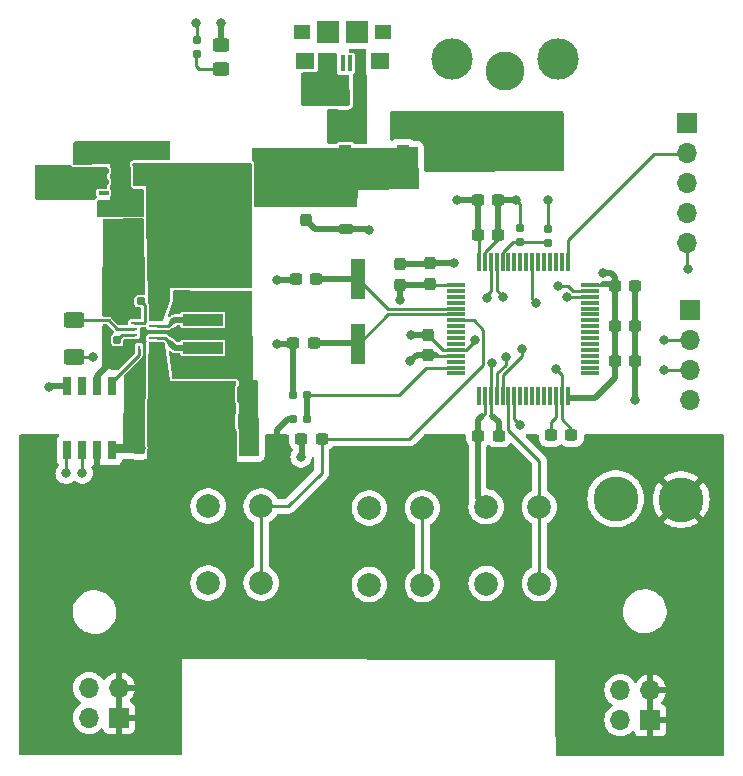
<source format=gbr>
%TF.GenerationSoftware,KiCad,Pcbnew,7.0.1*%
%TF.CreationDate,2023-07-11T02:04:21-05:00*%
%TF.ProjectId,Power_Supply,506f7765-725f-4537-9570-706c792e6b69,1*%
%TF.SameCoordinates,Original*%
%TF.FileFunction,Copper,L1,Top*%
%TF.FilePolarity,Positive*%
%FSLAX46Y46*%
G04 Gerber Fmt 4.6, Leading zero omitted, Abs format (unit mm)*
G04 Created by KiCad (PCBNEW 7.0.1) date 2023-07-11 02:04:21*
%MOMM*%
%LPD*%
G01*
G04 APERTURE LIST*
G04 Aperture macros list*
%AMRoundRect*
0 Rectangle with rounded corners*
0 $1 Rounding radius*
0 $2 $3 $4 $5 $6 $7 $8 $9 X,Y pos of 4 corners*
0 Add a 4 corners polygon primitive as box body*
4,1,4,$2,$3,$4,$5,$6,$7,$8,$9,$2,$3,0*
0 Add four circle primitives for the rounded corners*
1,1,$1+$1,$2,$3*
1,1,$1+$1,$4,$5*
1,1,$1+$1,$6,$7*
1,1,$1+$1,$8,$9*
0 Add four rect primitives between the rounded corners*
20,1,$1+$1,$2,$3,$4,$5,0*
20,1,$1+$1,$4,$5,$6,$7,0*
20,1,$1+$1,$6,$7,$8,$9,0*
20,1,$1+$1,$8,$9,$2,$3,0*%
G04 Aperture macros list end*
%TA.AperFunction,SMDPad,CuDef*%
%ADD10RoundRect,0.250000X-0.337500X-0.475000X0.337500X-0.475000X0.337500X0.475000X-0.337500X0.475000X0*%
%TD*%
%TA.AperFunction,SMDPad,CuDef*%
%ADD11R,1.200000X3.500000*%
%TD*%
%TA.AperFunction,ComponentPad*%
%ADD12C,2.000000*%
%TD*%
%TA.AperFunction,SMDPad,CuDef*%
%ADD13RoundRect,0.250000X0.337500X0.475000X-0.337500X0.475000X-0.337500X-0.475000X0.337500X-0.475000X0*%
%TD*%
%TA.AperFunction,SMDPad,CuDef*%
%ADD14RoundRect,0.237500X0.237500X-0.300000X0.237500X0.300000X-0.237500X0.300000X-0.237500X-0.300000X0*%
%TD*%
%TA.AperFunction,SMDPad,CuDef*%
%ADD15RoundRect,0.237500X0.300000X0.237500X-0.300000X0.237500X-0.300000X-0.237500X0.300000X-0.237500X0*%
%TD*%
%TA.AperFunction,SMDPad,CuDef*%
%ADD16RoundRect,0.250000X0.362500X0.700000X-0.362500X0.700000X-0.362500X-0.700000X0.362500X-0.700000X0*%
%TD*%
%TA.AperFunction,SMDPad,CuDef*%
%ADD17R,3.400000X0.980000*%
%TD*%
%TA.AperFunction,SMDPad,CuDef*%
%ADD18RoundRect,0.237500X-0.300000X-0.237500X0.300000X-0.237500X0.300000X0.237500X-0.300000X0.237500X0*%
%TD*%
%TA.AperFunction,SMDPad,CuDef*%
%ADD19RoundRect,0.225000X-0.375000X0.225000X-0.375000X-0.225000X0.375000X-0.225000X0.375000X0.225000X0*%
%TD*%
%TA.AperFunction,SMDPad,CuDef*%
%ADD20R,0.850000X0.300000*%
%TD*%
%TA.AperFunction,SMDPad,CuDef*%
%ADD21R,1.700000X2.500000*%
%TD*%
%TA.AperFunction,SMDPad,CuDef*%
%ADD22RoundRect,0.155000X0.155000X-0.212500X0.155000X0.212500X-0.155000X0.212500X-0.155000X-0.212500X0*%
%TD*%
%TA.AperFunction,ComponentPad*%
%ADD23C,2.600000*%
%TD*%
%TA.AperFunction,ConnectorPad*%
%ADD24C,3.800000*%
%TD*%
%TA.AperFunction,ComponentPad*%
%ADD25R,1.700000X1.700000*%
%TD*%
%TA.AperFunction,ComponentPad*%
%ADD26O,1.700000X1.700000*%
%TD*%
%TA.AperFunction,SMDPad,CuDef*%
%ADD27R,1.100000X2.000000*%
%TD*%
%TA.AperFunction,SMDPad,CuDef*%
%ADD28R,0.800000X0.800000*%
%TD*%
%TA.AperFunction,SMDPad,CuDef*%
%ADD29RoundRect,0.160000X-0.160000X0.197500X-0.160000X-0.197500X0.160000X-0.197500X0.160000X0.197500X0*%
%TD*%
%TA.AperFunction,SMDPad,CuDef*%
%ADD30RoundRect,0.160000X-0.197500X-0.160000X0.197500X-0.160000X0.197500X0.160000X-0.197500X0.160000X0*%
%TD*%
%TA.AperFunction,SMDPad,CuDef*%
%ADD31R,0.700000X1.525000*%
%TD*%
%TA.AperFunction,ComponentPad*%
%ADD32R,4.000000X4.000000*%
%TD*%
%TA.AperFunction,ComponentPad*%
%ADD33C,3.300000*%
%TD*%
%TA.AperFunction,ComponentPad*%
%ADD34C,3.500000*%
%TD*%
%TA.AperFunction,SMDPad,CuDef*%
%ADD35RoundRect,0.160000X0.160000X-0.197500X0.160000X0.197500X-0.160000X0.197500X-0.160000X-0.197500X0*%
%TD*%
%TA.AperFunction,SMDPad,CuDef*%
%ADD36R,0.600000X0.250000*%
%TD*%
%TA.AperFunction,SMDPad,CuDef*%
%ADD37R,0.250000X0.600000*%
%TD*%
%TA.AperFunction,SMDPad,CuDef*%
%ADD38R,0.250000X0.250000*%
%TD*%
%TA.AperFunction,SMDPad,CuDef*%
%ADD39R,1.350000X0.250000*%
%TD*%
%TA.AperFunction,SMDPad,CuDef*%
%ADD40R,1.700000X0.250000*%
%TD*%
%TA.AperFunction,SMDPad,CuDef*%
%ADD41RoundRect,0.250000X0.450000X-0.325000X0.450000X0.325000X-0.450000X0.325000X-0.450000X-0.325000X0*%
%TD*%
%TA.AperFunction,SMDPad,CuDef*%
%ADD42RoundRect,0.237500X-0.237500X0.300000X-0.237500X-0.300000X0.237500X-0.300000X0.237500X0.300000X0*%
%TD*%
%TA.AperFunction,SMDPad,CuDef*%
%ADD43R,0.400000X1.350000*%
%TD*%
%TA.AperFunction,SMDPad,CuDef*%
%ADD44R,1.450000X1.300000*%
%TD*%
%TA.AperFunction,SMDPad,CuDef*%
%ADD45R,1.600000X1.400000*%
%TD*%
%TA.AperFunction,SMDPad,CuDef*%
%ADD46R,1.900000X1.900000*%
%TD*%
%TA.AperFunction,SMDPad,CuDef*%
%ADD47RoundRect,0.250000X0.625000X-0.400000X0.625000X0.400000X-0.625000X0.400000X-0.625000X-0.400000X0*%
%TD*%
%TA.AperFunction,SMDPad,CuDef*%
%ADD48RoundRect,0.075000X-0.700000X-0.075000X0.700000X-0.075000X0.700000X0.075000X-0.700000X0.075000X0*%
%TD*%
%TA.AperFunction,SMDPad,CuDef*%
%ADD49RoundRect,0.075000X-0.075000X-0.700000X0.075000X-0.700000X0.075000X0.700000X-0.075000X0.700000X0*%
%TD*%
%TA.AperFunction,ViaPad*%
%ADD50C,0.800000*%
%TD*%
%TA.AperFunction,Conductor*%
%ADD51C,0.500000*%
%TD*%
%TA.AperFunction,Conductor*%
%ADD52C,0.250000*%
%TD*%
G04 APERTURE END LIST*
D10*
%TO.P,C5,1*%
%TO.N,ADC*%
X125842500Y-84060000D03*
%TO.P,C5,2*%
%TO.N,GND*%
X127917500Y-84060000D03*
%TD*%
D11*
%TO.P,Y1,1,1*%
%TO.N,Net-(U1-PH1)*%
X137525000Y-77495000D03*
%TO.P,Y1,2,2*%
%TO.N,Net-(U1-PH0)*%
X137525000Y-71995000D03*
%TD*%
D12*
%TO.P,SW3,1,1*%
%TO.N,POT_BTN_DWN*%
X142980000Y-91380000D03*
X142980000Y-97880000D03*
%TO.P,SW3,2,2*%
%TO.N,GND*%
X138480000Y-91380000D03*
X138480000Y-97880000D03*
%TD*%
D13*
%TO.P,C7,1*%
%TO.N,Main_in*%
X120567500Y-70190000D03*
%TO.P,C7,2*%
%TO.N,GND*%
X118492500Y-70190000D03*
%TD*%
D14*
%TO.P,C11,1*%
%TO.N,+3.3V*%
X114435000Y-63087500D03*
%TO.P,C11,2*%
%TO.N,GND*%
X114435000Y-61362500D03*
%TD*%
D15*
%TO.P,C16,1*%
%TO.N,GND*%
X155587500Y-85235000D03*
%TO.P,C16,2*%
%TO.N,/VCAP*%
X153862500Y-85235000D03*
%TD*%
D16*
%TO.P,FB1,1*%
%TO.N,/MCU_POWER/RAW_FILTER*%
X129757500Y-64675000D03*
%TO.P,FB1,2*%
%TO.N,Main_in*%
X126432500Y-64675000D03*
%TD*%
D17*
%TO.P,L1,1,1*%
%TO.N,/Output_circuitry/L1*%
X124375000Y-77830000D03*
%TO.P,L1,2,2*%
%TO.N,/Output_circuitry/L2*%
X124375000Y-75460000D03*
%TD*%
D18*
%TO.P,C17,1*%
%TO.N,+3.3V*%
X159250000Y-78980000D03*
%TO.P,C17,2*%
%TO.N,GND*%
X160975000Y-78980000D03*
%TD*%
%TO.P,C18,1*%
%TO.N,+3.3V*%
X159250000Y-75990000D03*
%TO.P,C18,2*%
%TO.N,GND*%
X160975000Y-75990000D03*
%TD*%
%TO.P,C23,1*%
%TO.N,+3.3V*%
X159250000Y-72630000D03*
%TO.P,C23,2*%
%TO.N,GND*%
X160975000Y-72630000D03*
%TD*%
D19*
%TO.P,D3,1,K*%
%TO.N,/MCU_POWER/RAW_FILTER*%
X136480000Y-64462500D03*
%TO.P,D3,2,A*%
%TO.N,GND*%
X136480000Y-67762500D03*
%TD*%
D20*
%TO.P,IC3,1,GND*%
%TO.N,GND*%
X118895000Y-64720000D03*
%TO.P,IC3,2,EN*%
%TO.N,Main_in*%
X118895000Y-63770000D03*
%TO.P,IC3,3,VIN*%
X118895000Y-62820000D03*
%TO.P,IC3,4,VOUT*%
%TO.N,+3.3V*%
X115995000Y-62820000D03*
%TO.P,IC3,5,VSENSE*%
X115995000Y-63770000D03*
%TO.P,IC3,6,ADJ/NC*%
%TO.N,unconnected-(IC3-ADJ{slash}NC-Pad6)*%
X115995000Y-64720000D03*
D21*
%TO.P,IC3,7,EP*%
%TO.N,GND*%
X117445000Y-63770000D03*
%TD*%
D22*
%TO.P,C4,1*%
%TO.N,GND*%
X117145000Y-78272500D03*
%TO.P,C4,2*%
%TO.N,/Output_circuitry/Vaux*%
X117145000Y-77137500D03*
%TD*%
D23*
%TO.P,H6,1,1*%
%TO.N,GND*%
X159350000Y-90610000D03*
D24*
X159350000Y-90610000D03*
%TD*%
D13*
%TO.P,C2,2*%
%TO.N,GND*%
X118797500Y-83935000D03*
%TO.P,C2,1*%
%TO.N,ADC*%
X120872500Y-83935000D03*
%TD*%
D25*
%TO.P,J4,1,Pin_1*%
%TO.N,+3.3V*%
X165360000Y-58830000D03*
D26*
%TO.P,J4,2,Pin_2*%
%TO.N,SWCLK*%
X165360000Y-61370000D03*
%TO.P,J4,3,Pin_3*%
%TO.N,GND*%
X165360000Y-63910000D03*
%TO.P,J4,4,Pin_4*%
%TO.N,SWDIO*%
X165360000Y-66450000D03*
%TO.P,J4,5,Pin_5*%
%TO.N,SWO*%
X165360000Y-68990000D03*
%TD*%
D18*
%TO.P,C15,1*%
%TO.N,GND*%
X132712500Y-85525000D03*
%TO.P,C15,2*%
%TO.N,/NRST*%
X134437500Y-85525000D03*
%TD*%
D27*
%TO.P,D1,1,K*%
%TO.N,/MCU_POWER/RAW_FILTER*%
X141315000Y-61645000D03*
D28*
%TO.P,D1,2,A*%
%TO.N,/MCU_POWER/JACK_OUT*%
X141315000Y-59745000D03*
%TD*%
D12*
%TO.P,SW1,1,1*%
%TO.N,GND*%
X124830000Y-97740000D03*
X124830000Y-91240000D03*
%TO.P,SW1,2,2*%
%TO.N,/NRST*%
X129330000Y-97740000D03*
X129330000Y-91240000D03*
%TD*%
D29*
%TO.P,R7,1*%
%TO.N,+3.3V*%
X153650000Y-67742500D03*
%TO.P,R7,2*%
%TO.N,/BOOT*%
X153650000Y-68937500D03*
%TD*%
D18*
%TO.P,C14,1*%
%TO.N,GND*%
X132042500Y-77465000D03*
%TO.P,C14,2*%
%TO.N,Net-(U1-PH1)*%
X133767500Y-77465000D03*
%TD*%
D30*
%TO.P,R6,1*%
%TO.N,GND*%
X132032500Y-81790000D03*
%TO.P,R6,2*%
%TO.N,Net-(U1-PA1)*%
X133227500Y-81790000D03*
%TD*%
D13*
%TO.P,C8,1*%
%TO.N,Main_in*%
X120587500Y-72280000D03*
%TO.P,C8,2*%
%TO.N,GND*%
X118512500Y-72280000D03*
%TD*%
D23*
%TO.P,H5,1,1*%
%TO.N,ADC*%
X164880000Y-90680000D03*
D24*
X164880000Y-90680000D03*
%TD*%
D31*
%TO.P,IC2,1,~{PU}*%
%TO.N,PU*%
X112865000Y-86519000D03*
%TO.P,IC2,2,~{PD}*%
%TO.N,PD*%
X114135000Y-86519000D03*
%TO.P,IC2,3,RH*%
%TO.N,ADC*%
X115405000Y-86519000D03*
%TO.P,IC2,4,VSS*%
%TO.N,GND*%
X116675000Y-86519000D03*
%TO.P,IC2,5,RW*%
%TO.N,Wiper*%
X116675000Y-81095000D03*
%TO.P,IC2,6,RL*%
%TO.N,GND*%
X115405000Y-81095000D03*
%TO.P,IC2,7,NC*%
%TO.N,unconnected-(IC2-NC-Pad7)*%
X114135000Y-81095000D03*
%TO.P,IC2,8,VCC*%
%TO.N,+3.3V*%
X112865000Y-81095000D03*
%TD*%
D18*
%TO.P,C22,1*%
%TO.N,+3.3V*%
X147675000Y-65325000D03*
%TO.P,C22,2*%
%TO.N,GND*%
X149400000Y-65325000D03*
%TD*%
D32*
%TO.P,J1,1*%
%TO.N,/MCU_POWER/JACK_OUT*%
X149995000Y-60365000D03*
D33*
%TO.P,J1,2*%
%TO.N,GND*%
X149995000Y-54365000D03*
D34*
%TO.P,J1,MP*%
%TO.N,N/C*%
X154495000Y-53365000D03*
X145495000Y-53365000D03*
%TD*%
D18*
%TO.P,C9,1*%
%TO.N,GND*%
X147707500Y-85280000D03*
%TO.P,C9,2*%
%TO.N,+3.3V*%
X149432500Y-85280000D03*
%TD*%
D35*
%TO.P,R4,1*%
%TO.N,Net-(D4-K)*%
X123865000Y-52992500D03*
%TO.P,R4,2*%
%TO.N,GND*%
X123865000Y-51797500D03*
%TD*%
D14*
%TO.P,C19,1*%
%TO.N,+3.3V*%
X143585000Y-72397500D03*
%TO.P,C19,2*%
%TO.N,GND*%
X143585000Y-70672500D03*
%TD*%
D36*
%TO.P,IC1,1,PS/S*%
%TO.N,/Output_circuitry/EN*%
X118559000Y-75745000D03*
%TO.P,IC1,2,PG*%
%TO.N,/Output_circuitry/PG*%
X118559000Y-76245000D03*
%TO.P,IC1,3,VAUX*%
%TO.N,/Output_circuitry/Vaux*%
X118559000Y-76745000D03*
%TO.P,IC1,4,GND*%
%TO.N,GND*%
X118559000Y-77245000D03*
D37*
%TO.P,IC1,5,FB*%
%TO.N,Wiper*%
X118985000Y-77895000D03*
%TO.P,IC1,6,FB2*%
%TO.N,GND*%
X119485000Y-77895000D03*
%TO.P,IC1,7,VOUT_1*%
%TO.N,ADC*%
X119985000Y-77895000D03*
D38*
%TO.P,IC1,8,VOUT_2*%
X120235000Y-77720000D03*
D37*
X120485000Y-77895000D03*
D39*
%TO.P,IC1,9,L2*%
%TO.N,/Output_circuitry/L1*%
X120485000Y-76995000D03*
D40*
%TO.P,IC1,10,PGND*%
%TO.N,GND*%
X120310000Y-76495000D03*
D39*
%TO.P,IC1,11,L1*%
%TO.N,/Output_circuitry/L2*%
X120485000Y-75995000D03*
D38*
%TO.P,IC1,12,VIN_1*%
%TO.N,Main_in*%
X120235000Y-75270000D03*
D37*
X120485000Y-75095000D03*
%TO.P,IC1,13,VIN_2*%
X119985000Y-75095000D03*
%TO.P,IC1,14,EN*%
%TO.N,/Output_circuitry/EN*%
X119485000Y-75095000D03*
%TO.P,IC1,15,VSEL*%
%TO.N,GND*%
X118985000Y-75095000D03*
%TD*%
D27*
%TO.P,D2,1,K*%
%TO.N,/MCU_POWER/RAW_FILTER*%
X136445000Y-61635000D03*
D28*
%TO.P,D2,2,A*%
%TO.N,/MCU_POWER/USB_OUT*%
X136445000Y-59735000D03*
%TD*%
D13*
%TO.P,C1,1*%
%TO.N,ADC*%
X120862500Y-81765000D03*
%TO.P,C1,2*%
%TO.N,GND*%
X118787500Y-81765000D03*
%TD*%
D41*
%TO.P,D4,1,K*%
%TO.N,Net-(D4-K)*%
X125935000Y-54210000D03*
%TO.P,D4,2,A*%
%TO.N,+3.3V*%
X125935000Y-52160000D03*
%TD*%
D42*
%TO.P,C24,1*%
%TO.N,/MCU_POWER/RAW_FILTER*%
X133130000Y-65307500D03*
%TO.P,C24,2*%
%TO.N,GND*%
X133130000Y-67032500D03*
%TD*%
%TO.P,C12,1*%
%TO.N,GND*%
X143445000Y-76725000D03*
%TO.P,C12,2*%
%TO.N,+3.3V*%
X143445000Y-78450000D03*
%TD*%
D14*
%TO.P,C20,1*%
%TO.N,+3.3V*%
X141065000Y-72487500D03*
%TO.P,C20,2*%
%TO.N,GND*%
X141065000Y-70762500D03*
%TD*%
%TO.P,C10,1*%
%TO.N,Main_in*%
X120455000Y-62867500D03*
%TO.P,C10,2*%
%TO.N,GND*%
X120455000Y-61142500D03*
%TD*%
D43*
%TO.P,J2,1,VBUS*%
%TO.N,/MCU_POWER/USB_OUT*%
X137515000Y-53740000D03*
%TO.P,J2,2,D-*%
%TO.N,unconnected-(J2-D--Pad2)*%
X136865000Y-53740000D03*
%TO.P,J2,3,D+*%
%TO.N,unconnected-(J2-D+-Pad3)*%
X136215000Y-53740000D03*
%TO.P,J2,4,GND*%
%TO.N,GND*%
X135565000Y-53740000D03*
%TO.P,J2,5,Shield*%
X134915000Y-53740000D03*
D44*
%TO.P,J2,MP1*%
%TO.N,N/C*%
X139640000Y-51065000D03*
%TO.P,J2,MP2*%
X132790000Y-51065000D03*
D45*
%TO.P,J2,MP3*%
X139415000Y-53515000D03*
%TO.P,J2,MP4*%
X133015000Y-53515000D03*
D46*
%TO.P,J2,MP5*%
X137415000Y-51065000D03*
%TO.P,J2,MP6*%
X135015000Y-51065000D03*
%TD*%
D47*
%TO.P,R1,1*%
%TO.N,ADC*%
X113435000Y-78585000D03*
%TO.P,R1,2*%
%TO.N,/Output_circuitry/PG*%
X113435000Y-75485000D03*
%TD*%
D10*
%TO.P,C3,1*%
%TO.N,ADC*%
X125787500Y-81765000D03*
%TO.P,C3,2*%
%TO.N,GND*%
X127862500Y-81765000D03*
%TD*%
D18*
%TO.P,C13,1*%
%TO.N,GND*%
X132242500Y-72015000D03*
%TO.P,C13,2*%
%TO.N,Net-(U1-PH0)*%
X133967500Y-72015000D03*
%TD*%
D13*
%TO.P,C6,1*%
%TO.N,Main_in*%
X120577500Y-68100000D03*
%TO.P,C6,2*%
%TO.N,GND*%
X118502500Y-68100000D03*
%TD*%
D12*
%TO.P,SW2,1,1*%
%TO.N,POT_BTN_UP*%
X152880000Y-91290000D03*
X152880000Y-97790000D03*
%TO.P,SW2,2,2*%
%TO.N,GND*%
X148380000Y-91290000D03*
X148380000Y-97790000D03*
%TD*%
D29*
%TO.P,R3,1*%
%TO.N,GND*%
X151250000Y-67662500D03*
%TO.P,R3,2*%
%TO.N,/BOOT*%
X151250000Y-68857500D03*
%TD*%
D30*
%TO.P,R2,1*%
%TO.N,/Output_circuitry/EN*%
X119137500Y-73877015D03*
%TO.P,R2,2*%
%TO.N,Main_in*%
X120332500Y-73877015D03*
%TD*%
D48*
%TO.P,U1,1,VBAT*%
%TO.N,+3.3V*%
X145835000Y-72505000D03*
%TO.P,U1,2,PC13*%
%TO.N,unconnected-(U1-PC13-Pad2)*%
X145835000Y-73005000D03*
%TO.P,U1,3,PC14*%
%TO.N,unconnected-(U1-PC14-Pad3)*%
X145835000Y-73505000D03*
%TO.P,U1,4,PC15*%
%TO.N,unconnected-(U1-PC15-Pad4)*%
X145835000Y-74005000D03*
%TO.P,U1,5,PH0*%
%TO.N,Net-(U1-PH0)*%
X145835000Y-74505000D03*
%TO.P,U1,6,PH1*%
%TO.N,Net-(U1-PH1)*%
X145835000Y-75005000D03*
%TO.P,U1,7,NRST*%
%TO.N,/NRST*%
X145835000Y-75505000D03*
%TO.P,U1,8,PC0*%
%TO.N,unconnected-(U1-PC0-Pad8)*%
X145835000Y-76005000D03*
%TO.P,U1,9,PC1*%
%TO.N,unconnected-(U1-PC1-Pad9)*%
X145835000Y-76505000D03*
%TO.P,U1,10,PC2*%
%TO.N,unconnected-(U1-PC2-Pad10)*%
X145835000Y-77005000D03*
%TO.P,U1,11,PC3*%
%TO.N,unconnected-(U1-PC3-Pad11)*%
X145835000Y-77505000D03*
%TO.P,U1,12,VSSA*%
%TO.N,GND*%
X145835000Y-78005000D03*
%TO.P,U1,13,VREF+*%
%TO.N,+3.3V*%
X145835000Y-78505000D03*
%TO.P,U1,14,PA0*%
%TO.N,unconnected-(U1-PA0-Pad14)*%
X145835000Y-79005000D03*
%TO.P,U1,15,PA1*%
%TO.N,Net-(U1-PA1)*%
X145835000Y-79505000D03*
%TO.P,U1,16,PA2*%
%TO.N,unconnected-(U1-PA2-Pad16)*%
X145835000Y-80005000D03*
D49*
%TO.P,U1,17,PA3*%
%TO.N,unconnected-(U1-PA3-Pad17)*%
X147760000Y-81930000D03*
%TO.P,U1,18,VSS*%
%TO.N,GND*%
X148260000Y-81930000D03*
%TO.P,U1,19,VDD*%
%TO.N,+3.3V*%
X148760000Y-81930000D03*
%TO.P,U1,20,PA4*%
%TO.N,PU*%
X149260000Y-81930000D03*
%TO.P,U1,21,PA5*%
%TO.N,PD*%
X149760000Y-81930000D03*
%TO.P,U1,22,PA6*%
%TO.N,POT_BTN_UP*%
X150260000Y-81930000D03*
%TO.P,U1,23,PA7*%
%TO.N,POT_BTN_DWN*%
X150760000Y-81930000D03*
%TO.P,U1,24,PC4*%
%TO.N,unconnected-(U1-PC4-Pad24)*%
X151260000Y-81930000D03*
%TO.P,U1,25,PC5*%
%TO.N,unconnected-(U1-PC5-Pad25)*%
X151760000Y-81930000D03*
%TO.P,U1,26,PB0*%
%TO.N,unconnected-(U1-PB0-Pad26)*%
X152260000Y-81930000D03*
%TO.P,U1,27,PB1*%
%TO.N,unconnected-(U1-PB1-Pad27)*%
X152760000Y-81930000D03*
%TO.P,U1,28,PB2*%
%TO.N,unconnected-(U1-PB2-Pad28)*%
X153260000Y-81930000D03*
%TO.P,U1,29,PB10*%
%TO.N,unconnected-(U1-PB10-Pad29)*%
X153760000Y-81930000D03*
%TO.P,U1,30,VCAP1*%
%TO.N,/VCAP*%
X154260000Y-81930000D03*
%TO.P,U1,31,VSS*%
%TO.N,GND*%
X154760000Y-81930000D03*
%TO.P,U1,32,VDD*%
%TO.N,+3.3V*%
X155260000Y-81930000D03*
D48*
%TO.P,U1,33,PB12*%
%TO.N,unconnected-(U1-PB12-Pad33)*%
X157185000Y-80005000D03*
%TO.P,U1,34,PB13*%
%TO.N,unconnected-(U1-PB13-Pad34)*%
X157185000Y-79505000D03*
%TO.P,U1,35,PB14*%
%TO.N,unconnected-(U1-PB14-Pad35)*%
X157185000Y-79005000D03*
%TO.P,U1,36,PB15*%
%TO.N,unconnected-(U1-PB15-Pad36)*%
X157185000Y-78505000D03*
%TO.P,U1,37,PC6*%
%TO.N,unconnected-(U1-PC6-Pad37)*%
X157185000Y-78005000D03*
%TO.P,U1,38,PC7*%
%TO.N,unconnected-(U1-PC7-Pad38)*%
X157185000Y-77505000D03*
%TO.P,U1,39,PC8*%
%TO.N,unconnected-(U1-PC8-Pad39)*%
X157185000Y-77005000D03*
%TO.P,U1,40,PC9*%
%TO.N,unconnected-(U1-PC9-Pad40)*%
X157185000Y-76505000D03*
%TO.P,U1,41,PA8*%
%TO.N,unconnected-(U1-PA8-Pad41)*%
X157185000Y-76005000D03*
%TO.P,U1,42,PA9*%
%TO.N,unconnected-(U1-PA9-Pad42)*%
X157185000Y-75505000D03*
%TO.P,U1,43,PA10*%
%TO.N,unconnected-(U1-PA10-Pad43)*%
X157185000Y-75005000D03*
%TO.P,U1,44,PA11*%
%TO.N,unconnected-(U1-PA11-Pad44)*%
X157185000Y-74505000D03*
%TO.P,U1,45,PA12*%
%TO.N,unconnected-(U1-PA12-Pad45)*%
X157185000Y-74005000D03*
%TO.P,U1,46,PA13*%
%TO.N,SWDIO*%
X157185000Y-73505000D03*
%TO.P,U1,47,VSS*%
%TO.N,GND*%
X157185000Y-73005000D03*
%TO.P,U1,48,VDD*%
%TO.N,+3.3V*%
X157185000Y-72505000D03*
D49*
%TO.P,U1,49,PA14*%
%TO.N,SWCLK*%
X155260000Y-70580000D03*
%TO.P,U1,50,PA15*%
%TO.N,unconnected-(U1-PA15-Pad50)*%
X154760000Y-70580000D03*
%TO.P,U1,51,PC10*%
%TO.N,unconnected-(U1-PC10-Pad51)*%
X154260000Y-70580000D03*
%TO.P,U1,52,PC11*%
%TO.N,unconnected-(U1-PC11-Pad52)*%
X153760000Y-70580000D03*
%TO.P,U1,53,PC12*%
%TO.N,unconnected-(U1-PC12-Pad53)*%
X153260000Y-70580000D03*
%TO.P,U1,54,PD2*%
%TO.N,unconnected-(U1-PD2-Pad54)*%
X152760000Y-70580000D03*
%TO.P,U1,55,PB3*%
%TO.N,SWO*%
X152260000Y-70580000D03*
%TO.P,U1,56,PB4*%
%TO.N,unconnected-(U1-PB4-Pad56)*%
X151760000Y-70580000D03*
%TO.P,U1,57,PB5*%
%TO.N,unconnected-(U1-PB5-Pad57)*%
X151260000Y-70580000D03*
%TO.P,U1,58,PB6*%
%TO.N,unconnected-(U1-PB6-Pad58)*%
X150760000Y-70580000D03*
%TO.P,U1,59,PB7*%
%TO.N,unconnected-(U1-PB7-Pad59)*%
X150260000Y-70580000D03*
%TO.P,U1,60,BOOT0*%
%TO.N,/BOOT*%
X149760000Y-70580000D03*
%TO.P,U1,61,PB8*%
%TO.N,SCL*%
X149260000Y-70580000D03*
%TO.P,U1,62,PB9*%
%TO.N,SDA*%
X148760000Y-70580000D03*
%TO.P,U1,63,VSS*%
%TO.N,GND*%
X148260000Y-70580000D03*
%TO.P,U1,64,VDD*%
%TO.N,+3.3V*%
X147760000Y-70580000D03*
%TD*%
D30*
%TO.P,R5,1*%
%TO.N,ADC*%
X132002500Y-83850000D03*
%TO.P,R5,2*%
%TO.N,Net-(U1-PA1)*%
X133197500Y-83850000D03*
%TD*%
D25*
%TO.P,J3,1,Pin_1*%
%TO.N,+3.3V*%
X165590000Y-74660000D03*
D26*
%TO.P,J3,2,Pin_2*%
%TO.N,SCL*%
X165590000Y-77200000D03*
%TO.P,J3,3,Pin_3*%
%TO.N,SDA*%
X165590000Y-79740000D03*
%TO.P,J3,4,Pin_4*%
%TO.N,GND*%
X165590000Y-82280000D03*
%TD*%
D18*
%TO.P,C21,1*%
%TO.N,+3.3V*%
X147682500Y-68315000D03*
%TO.P,C21,2*%
%TO.N,GND*%
X149407500Y-68315000D03*
%TD*%
D25*
%TO.P,J10,1,Pin_1*%
%TO.N,ADC*%
X117295000Y-109155000D03*
D26*
%TO.P,J10,2,Pin_2*%
X117295000Y-106615000D03*
%TO.P,J10,3,Pin_3*%
%TO.N,GND*%
X114755000Y-109155000D03*
%TO.P,J10,4,Pin_4*%
X114755000Y-106615000D03*
%TD*%
D25*
%TO.P,J5,1,Pin_1*%
%TO.N,ADC*%
X162275000Y-109365000D03*
D26*
%TO.P,J5,2,Pin_2*%
X162275000Y-106825000D03*
%TO.P,J5,3,Pin_3*%
%TO.N,GND*%
X159735000Y-109365000D03*
%TO.P,J5,4,Pin_4*%
X159735000Y-106825000D03*
%TD*%
D50*
%TO.N,GND*%
X133295000Y-56725000D03*
X123825000Y-50335000D03*
X124750000Y-79720000D03*
X126590000Y-73910000D03*
X134655000Y-56735000D03*
X116280000Y-78190000D03*
X122810000Y-73860000D03*
X116755000Y-68355000D03*
X150905000Y-65285000D03*
X154492205Y-72567961D03*
X160972500Y-82220000D03*
X147411000Y-77209807D03*
X132695000Y-87075000D03*
X142000000Y-76740000D03*
X116425000Y-61490000D03*
X138445000Y-67855000D03*
X123080000Y-79700000D03*
X118400000Y-61445000D03*
X116455000Y-66050000D03*
X136015000Y-56765000D03*
X126460000Y-79710000D03*
X130676250Y-72055000D03*
X119110000Y-86290000D03*
X116280000Y-79200000D03*
X116775000Y-70365000D03*
X118120000Y-86280000D03*
X124680000Y-73860000D03*
X145655000Y-70665000D03*
X117445000Y-66030000D03*
X116755000Y-74275000D03*
X130695000Y-77495000D03*
X116755000Y-72455000D03*
X117410000Y-61465000D03*
X118430000Y-66005000D03*
X154265000Y-79615000D03*
%TO.N,+3.3V*%
X125915000Y-50335000D03*
X153650000Y-65300000D03*
X110855000Y-62840000D03*
X110835000Y-63720000D03*
X141960000Y-78980000D03*
X112035000Y-63710000D03*
X145935000Y-65325000D03*
X158254799Y-71504799D03*
X110855000Y-64650000D03*
X141055000Y-73780500D03*
X112055000Y-62830000D03*
X112055000Y-64640000D03*
X148860000Y-79104500D03*
X111385000Y-81115000D03*
%TO.N,PU*%
X112815000Y-88455000D03*
X150017037Y-78614500D03*
%TO.N,PD*%
X114195000Y-88425500D03*
X151395000Y-77955000D03*
%TO.N,SCL*%
X149835000Y-73495000D03*
X163400000Y-77175000D03*
%TO.N,SDA*%
X163440000Y-79735000D03*
X148435000Y-73635000D03*
%TO.N,SWDIO*%
X155230000Y-73505000D03*
%TO.N,SWO*%
X165444998Y-71195000D03*
X152610000Y-74000000D03*
%TO.N,POT_BTN_DWN*%
X151200000Y-84340000D03*
%TO.N,ADC*%
X115415000Y-87975999D03*
X115125000Y-78585000D03*
%TD*%
D51*
%TO.N,GND*%
X132032500Y-77475000D02*
X132042500Y-77465000D01*
X132032500Y-81790000D02*
X132032500Y-77475000D01*
%TO.N,ADC*%
X130640000Y-84770000D02*
X130640000Y-86480000D01*
X130640000Y-86480000D02*
X130610000Y-86510000D01*
X131560000Y-83850000D02*
X130640000Y-84770000D01*
X132002500Y-83850000D02*
X131560000Y-83850000D01*
%TO.N,Net-(U1-PA1)*%
X133227500Y-83820000D02*
X133197500Y-83850000D01*
X133227500Y-81790000D02*
X133227500Y-83820000D01*
D52*
X133307500Y-81790000D02*
X133247500Y-81850000D01*
X143285000Y-79505000D02*
X141000000Y-81790000D01*
X141000000Y-81790000D02*
X133307500Y-81790000D01*
X145835000Y-79505000D02*
X143285000Y-79505000D01*
%TO.N,GND*%
X147411000Y-77269685D02*
X147411000Y-77209807D01*
D51*
X160975000Y-78980000D02*
X160975000Y-82217500D01*
X145655000Y-70665000D02*
X145647500Y-70672500D01*
X132242500Y-77505000D02*
X130705000Y-77505000D01*
X150865000Y-65325000D02*
X150905000Y-65285000D01*
X116675000Y-86519000D02*
X117971000Y-86519000D01*
X147707500Y-85280000D02*
X147707500Y-83952500D01*
X138445000Y-67855000D02*
X138352500Y-67762500D01*
D52*
X154760000Y-83900000D02*
X154760000Y-81930000D01*
X154760000Y-81930000D02*
X154760000Y-80110000D01*
D51*
X145647500Y-70672500D02*
X143585000Y-70672500D01*
D52*
X145835000Y-78005000D02*
X144725000Y-78005000D01*
D51*
X160975000Y-72630000D02*
X160975000Y-75990000D01*
X116210000Y-79440000D02*
X115405000Y-80245000D01*
D52*
X148260000Y-83400000D02*
X148050000Y-83610000D01*
D51*
X160975000Y-82217500D02*
X160972500Y-82220000D01*
D52*
X146675685Y-78005000D02*
X147411000Y-77269685D01*
D51*
X115405000Y-80245000D02*
X115405000Y-81095000D01*
X160975000Y-75990000D02*
X160975000Y-78980000D01*
D52*
X149407500Y-68591815D02*
X149407500Y-68315000D01*
D51*
X149400000Y-65325000D02*
X150865000Y-65325000D01*
D52*
X151250000Y-65630000D02*
X150905000Y-65285000D01*
X154760000Y-80110000D02*
X154265000Y-79615000D01*
X123865000Y-50375000D02*
X123825000Y-50335000D01*
X148260000Y-69739315D02*
X149407500Y-68591815D01*
D51*
X133860000Y-67762500D02*
X133095000Y-66997500D01*
X147650000Y-85337500D02*
X147650000Y-90560000D01*
X132223750Y-72065000D02*
X130686250Y-72065000D01*
X149400000Y-68307500D02*
X149407500Y-68315000D01*
D52*
X144725000Y-78005000D02*
X143445000Y-76725000D01*
D51*
X149400000Y-65325000D02*
X149400000Y-68307500D01*
X142015000Y-76725000D02*
X142000000Y-76740000D01*
X143495000Y-70762500D02*
X143585000Y-70672500D01*
D52*
X123865000Y-51797500D02*
X123865000Y-50375000D01*
D51*
X147707500Y-85280000D02*
X147650000Y-85337500D01*
X138352500Y-67762500D02*
X133860000Y-67762500D01*
X116682000Y-86260000D02*
X117978000Y-86260000D01*
X132752500Y-85635000D02*
X132752500Y-87017500D01*
D52*
X157185000Y-73005000D02*
X155754598Y-73005000D01*
D51*
X143445000Y-76725000D02*
X142015000Y-76725000D01*
D52*
X151250000Y-67662500D02*
X151250000Y-65630000D01*
X155754598Y-73005000D02*
X155317559Y-72567961D01*
D51*
X141065000Y-70762500D02*
X143495000Y-70762500D01*
X147707500Y-83952500D02*
X148050000Y-83610000D01*
D52*
X155587500Y-85235000D02*
X155587500Y-84727500D01*
X155587500Y-84727500D02*
X154760000Y-83900000D01*
D51*
X132752500Y-87017500D02*
X132695000Y-87075000D01*
X147650000Y-90560000D02*
X148380000Y-91290000D01*
D52*
X148260000Y-70580000D02*
X148260000Y-69739315D01*
X155317559Y-72567961D02*
X154492205Y-72567961D01*
X148260000Y-81930000D02*
X148260000Y-83400000D01*
X145835000Y-78005000D02*
X146675685Y-78005000D01*
%TO.N,/Output_circuitry/Vaux*%
X118559000Y-76745000D02*
X117537500Y-76745000D01*
X117537500Y-76745000D02*
X117145000Y-77137500D01*
D51*
%TO.N,+3.3V*%
X159065000Y-72445000D02*
X158255000Y-72445000D01*
D52*
X153650000Y-67742500D02*
X153650000Y-65300000D01*
D51*
X158944799Y-71504799D02*
X158254799Y-71504799D01*
D52*
X147760000Y-70580000D02*
X147760000Y-68392500D01*
D51*
X143445000Y-78450000D02*
X144150000Y-78450000D01*
X142490000Y-78450000D02*
X141960000Y-78980000D01*
X149432500Y-85280000D02*
X149432500Y-84112500D01*
X145935000Y-65325000D02*
X147675000Y-65325000D01*
X159250000Y-72630000D02*
X159250000Y-71810000D01*
X141065000Y-73770500D02*
X141055000Y-73780500D01*
X141065000Y-72487500D02*
X141065000Y-73770500D01*
D52*
X144205000Y-78505000D02*
X144150000Y-78450000D01*
X112085000Y-62800000D02*
X112055000Y-62830000D01*
D51*
X159250000Y-75990000D02*
X159250000Y-78980000D01*
X157607500Y-82050000D02*
X155360000Y-82050000D01*
X159250000Y-71810000D02*
X158944799Y-71504799D01*
D52*
X147760000Y-68392500D02*
X147682500Y-68315000D01*
D51*
X125935000Y-52160000D02*
X125935000Y-50355000D01*
X125935000Y-50355000D02*
X125915000Y-50335000D01*
D52*
X145835000Y-78505000D02*
X144205000Y-78505000D01*
D51*
X149432500Y-84112500D02*
X148890000Y-83570000D01*
X111405000Y-81095000D02*
X111385000Y-81115000D01*
X143495000Y-72487500D02*
X143585000Y-72397500D01*
D52*
X157185000Y-72505000D02*
X158425000Y-72505000D01*
D51*
X141065000Y-72487500D02*
X143495000Y-72487500D01*
D52*
X148760000Y-81930000D02*
X148760000Y-79204500D01*
D51*
X147675000Y-68307500D02*
X147682500Y-68315000D01*
X159250000Y-80407500D02*
X157607500Y-82050000D01*
D52*
X143692500Y-72505000D02*
X143585000Y-72397500D01*
X148760000Y-79204500D02*
X148860000Y-79104500D01*
D51*
X143445000Y-78450000D02*
X142490000Y-78450000D01*
D52*
X148760000Y-81930000D02*
X148760000Y-83440000D01*
X148760000Y-83440000D02*
X148890000Y-83570000D01*
D51*
X159250000Y-72630000D02*
X159065000Y-72445000D01*
X112865000Y-81095000D02*
X111405000Y-81095000D01*
D52*
X145835000Y-72505000D02*
X143692500Y-72505000D01*
D51*
X159250000Y-72630000D02*
X159250000Y-75990000D01*
X147675000Y-65325000D02*
X147675000Y-68307500D01*
D52*
X110885000Y-62810000D02*
X110855000Y-62840000D01*
D51*
X159250000Y-78980000D02*
X159250000Y-80407500D01*
D52*
%TO.N,Net-(U1-PH0)*%
X140035000Y-74505000D02*
X137525000Y-71995000D01*
D51*
X137505000Y-72015000D02*
X137525000Y-71995000D01*
X133967500Y-72015000D02*
X137505000Y-72015000D01*
D52*
X145835000Y-74505000D02*
X140035000Y-74505000D01*
%TO.N,Net-(U1-PH1)*%
X137585000Y-77495000D02*
X137525000Y-77495000D01*
D51*
X133767500Y-77465000D02*
X137495000Y-77465000D01*
X137495000Y-77465000D02*
X137525000Y-77495000D01*
D52*
X145835000Y-75005000D02*
X140075000Y-75005000D01*
X140075000Y-75005000D02*
X137585000Y-77495000D01*
%TO.N,/NRST*%
X147359598Y-75505000D02*
X145835000Y-75505000D01*
X134437500Y-85525000D02*
X141875000Y-85525000D01*
X131620000Y-91240000D02*
X134460000Y-88400000D01*
X141875000Y-85525000D02*
X148135500Y-79264500D01*
X148135500Y-76280902D02*
X147359598Y-75505000D01*
X129330000Y-97740000D02*
X129330000Y-91240000D01*
X134460000Y-88400000D02*
X134460000Y-85547500D01*
X148135500Y-79264500D02*
X148135500Y-76280902D01*
X129330000Y-91240000D02*
X131620000Y-91240000D01*
X134460000Y-85547500D02*
X134437500Y-85525000D01*
%TO.N,/VCAP*%
X153862500Y-85235000D02*
X153862500Y-84100000D01*
X153862500Y-84100000D02*
X154260000Y-83702500D01*
X154260000Y-83702500D02*
X154260000Y-81930000D01*
%TO.N,Net-(D4-K)*%
X123805000Y-53965000D02*
X123805000Y-53052500D01*
X125935000Y-54210000D02*
X124050000Y-54210000D01*
X124030000Y-54190000D02*
X123805000Y-53965000D01*
X124050000Y-54210000D02*
X124030000Y-54190000D01*
X123805000Y-53052500D02*
X123865000Y-52992500D01*
%TO.N,/Output_circuitry/EN*%
X119485000Y-74224515D02*
X119485000Y-75095000D01*
X119485000Y-75095000D02*
X119485000Y-75670000D01*
X119485000Y-75670000D02*
X119410000Y-75745000D01*
X119410000Y-75745000D02*
X118559000Y-75745000D01*
X119137500Y-73877015D02*
X119485000Y-74224515D01*
%TO.N,/Output_circuitry/PG*%
X116399695Y-75515000D02*
X113465000Y-75515000D01*
X117129695Y-76245000D02*
X116399695Y-75515000D01*
X113465000Y-75515000D02*
X113435000Y-75485000D01*
X118559000Y-76245000D02*
X117129695Y-76245000D01*
%TO.N,Wiper*%
X118975000Y-78415000D02*
X118975000Y-77905000D01*
X116675000Y-81095000D02*
X116675000Y-80715000D01*
X118975000Y-77905000D02*
X118985000Y-77895000D01*
X116675000Y-80715000D02*
X118975000Y-78415000D01*
%TO.N,/Output_circuitry/L1*%
X121215000Y-76995000D02*
X121635000Y-77415000D01*
D51*
X124375000Y-77830000D02*
X122050000Y-77830000D01*
D52*
X120485000Y-76995000D02*
X121215000Y-76995000D01*
D51*
X122050000Y-77830000D02*
X121635000Y-77415000D01*
D52*
%TO.N,/Output_circuitry/L2*%
X121745000Y-75685000D02*
X121435000Y-75995000D01*
D51*
X121970000Y-75460000D02*
X124375000Y-75460000D01*
X121745000Y-75685000D02*
X121970000Y-75460000D01*
D52*
X121435000Y-75995000D02*
X120485000Y-75995000D01*
%TO.N,PU*%
X150017037Y-79247561D02*
X150017037Y-78614500D01*
X112815000Y-86569000D02*
X112865000Y-86519000D01*
X149260000Y-80004598D02*
X150017037Y-79247561D01*
X112815000Y-88455000D02*
X112815000Y-86569000D01*
X149260000Y-81930000D02*
X149260000Y-80004598D01*
%TO.N,PD*%
X114135000Y-86519000D02*
X114135000Y-88365500D01*
X151395000Y-78505288D02*
X149760000Y-80140288D01*
X151395000Y-77955000D02*
X151395000Y-78505288D01*
X149760000Y-80140288D02*
X149760000Y-81930000D01*
X114135000Y-88365500D02*
X114195000Y-88425500D01*
%TO.N,SCL*%
X163425000Y-77200000D02*
X163400000Y-77175000D01*
X166175000Y-77195000D02*
X166170000Y-77200000D01*
X149835000Y-73495000D02*
X149260000Y-72920000D01*
X166170000Y-77200000D02*
X163425000Y-77200000D01*
X149260000Y-72920000D02*
X149260000Y-70580000D01*
%TO.N,SDA*%
X163445000Y-79740000D02*
X163440000Y-79735000D01*
X148435000Y-73355000D02*
X148760000Y-73030000D01*
X166170000Y-79740000D02*
X163445000Y-79740000D01*
X148760000Y-73030000D02*
X148760000Y-70580000D01*
X166175000Y-79735000D02*
X166170000Y-79740000D01*
X148435000Y-73635000D02*
X148435000Y-73355000D01*
%TO.N,SWCLK*%
X155260000Y-68730000D02*
X162575000Y-61415000D01*
X162575000Y-61415000D02*
X165315000Y-61415000D01*
X155260000Y-70580000D02*
X155260000Y-68730000D01*
X165315000Y-61415000D02*
X165360000Y-61370000D01*
%TO.N,SWDIO*%
X157185000Y-73505000D02*
X155230000Y-73505000D01*
%TO.N,SWO*%
X152260000Y-70580000D02*
X152260000Y-73650000D01*
X165360000Y-71110002D02*
X165444998Y-71195000D01*
X165360000Y-68990000D02*
X165360000Y-71110002D01*
X152260000Y-73650000D02*
X152610000Y-74000000D01*
%TO.N,/BOOT*%
X151250000Y-68857500D02*
X151257500Y-68850000D01*
X150641815Y-68857500D02*
X151250000Y-68857500D01*
X149760000Y-69739315D02*
X150641815Y-68857500D01*
X153562500Y-68850000D02*
X153650000Y-68937500D01*
X149760000Y-70580000D02*
X149760000Y-69739315D01*
X151257500Y-68850000D02*
X153562500Y-68850000D01*
%TO.N,POT_BTN_UP*%
X150260000Y-81930000D02*
X150260000Y-84774505D01*
X150260000Y-84774505D02*
X152880000Y-87394505D01*
X152880000Y-87394505D02*
X152880000Y-91290000D01*
X152880000Y-91290000D02*
X152880000Y-97790000D01*
%TO.N,POT_BTN_DWN*%
X150760000Y-81930000D02*
X150760000Y-83900000D01*
X150760000Y-83900000D02*
X151200000Y-84340000D01*
X142980000Y-91380000D02*
X142980000Y-97880000D01*
%TO.N,ADC*%
X113435000Y-78585000D02*
X115125000Y-78585000D01*
%TD*%
%TA.AperFunction,Conductor*%
%TO.N,+3.3V*%
G36*
X113124532Y-62324657D02*
G01*
X113179466Y-62337589D01*
X113222983Y-62373534D01*
X113258382Y-62420022D01*
X113258386Y-62420026D01*
X113304868Y-62466546D01*
X113304872Y-62466549D01*
X113348588Y-62499894D01*
X113348589Y-62499894D01*
X113348590Y-62499895D01*
X113399591Y-62520456D01*
X113463326Y-62536664D01*
X113517950Y-62542965D01*
X116204186Y-62490973D01*
X116253417Y-62500135D01*
X116295011Y-62528022D01*
X116309389Y-62550281D01*
X116310289Y-62549646D01*
X116348005Y-62603057D01*
X116362309Y-62618813D01*
X116386173Y-62657487D01*
X116394500Y-62702162D01*
X116394500Y-62939131D01*
X116386210Y-62983709D01*
X116362449Y-63022326D01*
X116350326Y-63035723D01*
X116321311Y-63077029D01*
X116303242Y-63124162D01*
X116288697Y-63182848D01*
X116282663Y-63232968D01*
X116283084Y-63359504D01*
X116289367Y-63409253D01*
X116304103Y-63467467D01*
X116322246Y-63514212D01*
X116351169Y-63555173D01*
X116362308Y-63567442D01*
X116386172Y-63606117D01*
X116394500Y-63650793D01*
X116394500Y-63890507D01*
X116386210Y-63935084D01*
X116362450Y-63973701D01*
X116353478Y-63983616D01*
X116353475Y-63983619D01*
X116353475Y-63983620D01*
X116324461Y-64024926D01*
X116324459Y-64024929D01*
X116324460Y-64024929D01*
X116306390Y-64072059D01*
X116291847Y-64130736D01*
X116285812Y-64180864D01*
X116286026Y-64245088D01*
X116269551Y-64307262D01*
X116224146Y-64352818D01*
X116162027Y-64369500D01*
X115550251Y-64369500D01*
X115491769Y-64381132D01*
X115425447Y-64425447D01*
X115381132Y-64491769D01*
X115369500Y-64550251D01*
X115369500Y-64889749D01*
X115381132Y-64948229D01*
X115381132Y-64948230D01*
X115381133Y-64948231D01*
X115404825Y-64983688D01*
X115425219Y-65041422D01*
X115415500Y-65101879D01*
X115378035Y-65150313D01*
X115350438Y-65171860D01*
X115305491Y-65217550D01*
X115273227Y-65260301D01*
X115273162Y-65260462D01*
X115246321Y-65301160D01*
X115205866Y-65328365D01*
X115158050Y-65337873D01*
X110328392Y-65330196D01*
X110266594Y-65313586D01*
X110221306Y-65268377D01*
X110204590Y-65206608D01*
X110201995Y-64425447D01*
X110195413Y-62444606D01*
X110211921Y-62382379D01*
X110257407Y-62336814D01*
X110319608Y-62320198D01*
X113124532Y-62324657D01*
G37*
%TD.AperFunction*%
%TD*%
%TA.AperFunction,Conductor*%
%TO.N,ADC*%
G36*
X121076265Y-77329939D02*
G01*
X121116493Y-77356819D01*
X121149887Y-77390213D01*
X121171837Y-77419954D01*
X121184045Y-77454843D01*
X121201459Y-77546887D01*
X121202651Y-77554469D01*
X121594999Y-80674999D01*
X121595000Y-80675000D01*
X127100998Y-80655440D01*
X127163057Y-80671833D01*
X127208605Y-80717060D01*
X127225437Y-80779001D01*
X127225848Y-80895445D01*
X127219704Y-80934434D01*
X127201619Y-80969516D01*
X127122207Y-81077115D01*
X127077353Y-81205303D01*
X127074500Y-81235731D01*
X127074500Y-82294269D01*
X127077353Y-82324696D01*
X127122207Y-82452882D01*
X127207783Y-82568834D01*
X127225731Y-82603501D01*
X127232012Y-82642030D01*
X127234171Y-83253690D01*
X127228027Y-83292678D01*
X127209943Y-83327760D01*
X127177207Y-83372116D01*
X127132353Y-83500303D01*
X127129500Y-83530731D01*
X127129500Y-84589269D01*
X127132353Y-84619696D01*
X127177207Y-84747882D01*
X127215658Y-84799981D01*
X127233606Y-84834648D01*
X127239887Y-84873177D01*
X127240882Y-85155000D01*
X127255000Y-89155000D01*
X119635000Y-89155000D01*
X119670588Y-86505801D01*
X119695044Y-86446762D01*
X119715682Y-86290000D01*
X119695044Y-86133238D01*
X119676205Y-86087756D01*
X119780330Y-78336926D01*
X119785903Y-78301810D01*
X119798387Y-78275643D01*
X119810500Y-78214750D01*
X119810500Y-77575253D01*
X119809555Y-77570500D01*
X119798867Y-77516769D01*
X119798865Y-77516767D01*
X119794371Y-77494172D01*
X119791999Y-77468319D01*
X119792342Y-77442829D01*
X119809505Y-77381539D01*
X119854813Y-77336836D01*
X119916331Y-77320500D01*
X120456525Y-77320500D01*
X121028812Y-77320500D01*
X121076265Y-77329939D01*
G37*
%TD.AperFunction*%
%TD*%
%TA.AperFunction,Conductor*%
%TO.N,Main_in*%
G36*
X119296107Y-62156851D02*
G01*
X119345000Y-62165000D01*
X128391582Y-62165000D01*
X128453413Y-62181516D01*
X128498774Y-62226663D01*
X128515581Y-62288416D01*
X128564413Y-72660416D01*
X128547995Y-72722663D01*
X128502582Y-72768290D01*
X128440414Y-72785000D01*
X127195167Y-72785000D01*
X127194722Y-72784999D01*
X121625000Y-72764999D01*
X121644550Y-73791417D01*
X121636758Y-73837101D01*
X121015342Y-75503626D01*
X120988674Y-75546109D01*
X120947358Y-75574551D01*
X120898156Y-75584299D01*
X119933500Y-75576520D01*
X119871924Y-75559576D01*
X119826947Y-75514235D01*
X119810500Y-75452524D01*
X119810500Y-74244134D01*
X119810972Y-74233327D01*
X119814263Y-74195706D01*
X119804486Y-74159219D01*
X119802144Y-74148655D01*
X119795588Y-74111470D01*
X119795587Y-74111469D01*
X119795400Y-74110406D01*
X119785173Y-74085716D01*
X119784554Y-74084832D01*
X119784554Y-74084831D01*
X119762878Y-74053875D01*
X119757085Y-74044781D01*
X119738194Y-74012060D01*
X119738192Y-74012058D01*
X119733522Y-74003969D01*
X119716929Y-73944109D01*
X119595017Y-66861045D01*
X119595000Y-66858912D01*
X119595000Y-64170000D01*
X119594999Y-64169999D01*
X118699255Y-64162717D01*
X118618491Y-64162060D01*
X118556919Y-64145115D01*
X118511945Y-64099774D01*
X118495500Y-64038065D01*
X118495500Y-62500251D01*
X118483867Y-62441769D01*
X118429261Y-62360046D01*
X118408538Y-62297739D01*
X118422537Y-62233586D01*
X118467332Y-62185576D01*
X118530360Y-62167171D01*
X119273739Y-62155181D01*
X119296107Y-62156851D01*
G37*
%TD.AperFunction*%
%TD*%
%TA.AperFunction,Conductor*%
%TO.N,GND*%
G36*
X121572738Y-60341916D02*
G01*
X121618312Y-60387323D01*
X121635000Y-60449454D01*
X121635000Y-61835500D01*
X121618387Y-61897500D01*
X121573000Y-61942887D01*
X121511000Y-61959500D01*
X119372274Y-61959500D01*
X119351888Y-61957813D01*
X119329895Y-61954147D01*
X119311398Y-61951919D01*
X119289035Y-61950250D01*
X119270433Y-61949708D01*
X119270427Y-61949708D01*
X119270425Y-61949708D01*
X119190066Y-61951004D01*
X118527042Y-61961697D01*
X118472760Y-61969908D01*
X118409728Y-61988314D01*
X118359556Y-62010604D01*
X118317080Y-62045382D01*
X118272282Y-62093395D01*
X118240527Y-62138179D01*
X118221760Y-62189777D01*
X118207763Y-62253923D01*
X118203327Y-62308651D01*
X118213539Y-62362595D01*
X118234260Y-62424895D01*
X118258395Y-62474218D01*
X118265399Y-62484700D01*
X118283914Y-62529399D01*
X118283915Y-62577781D01*
X118269500Y-62650253D01*
X118269500Y-62989749D01*
X118283683Y-63061052D01*
X118284660Y-63063117D01*
X118290000Y-63099116D01*
X118290000Y-63490884D01*
X118284660Y-63526883D01*
X118283683Y-63528947D01*
X118269500Y-63600251D01*
X118269500Y-63939749D01*
X118285945Y-64022422D01*
X118285231Y-64022563D01*
X118289433Y-64033737D01*
X118296930Y-64090982D01*
X118313374Y-64152690D01*
X118333698Y-64202039D01*
X118333699Y-64202041D01*
X118366045Y-64244493D01*
X118366047Y-64244495D01*
X118411019Y-64289835D01*
X118438253Y-64310937D01*
X118453208Y-64322525D01*
X118502391Y-64343249D01*
X118563963Y-64360194D01*
X118616820Y-64367553D01*
X119266507Y-64372834D01*
X119328080Y-64389780D01*
X119373054Y-64435121D01*
X119389499Y-64496830D01*
X119389500Y-66616000D01*
X119372887Y-66678000D01*
X119327500Y-66723387D01*
X119265500Y-66740000D01*
X115568142Y-66740000D01*
X115506391Y-66723530D01*
X115461043Y-66678497D01*
X115444145Y-66616861D01*
X115443129Y-66470601D01*
X115435858Y-65423684D01*
X115451989Y-65361664D01*
X115496933Y-65315977D01*
X115558684Y-65298833D01*
X116495000Y-65290000D01*
X116494462Y-65128073D01*
X116509005Y-65069393D01*
X116549568Y-65024564D01*
X116564552Y-65014552D01*
X116608867Y-64948231D01*
X116620500Y-64889748D01*
X116620500Y-64550252D01*
X116608867Y-64491769D01*
X116564552Y-64425448D01*
X116546852Y-64413621D01*
X116506484Y-64369154D01*
X116491747Y-64310937D01*
X116491312Y-64180177D01*
X116505856Y-64121497D01*
X116546418Y-64076668D01*
X116564552Y-64064552D01*
X116608867Y-63998231D01*
X116620500Y-63939748D01*
X116620500Y-63600252D01*
X116608867Y-63541769D01*
X116564552Y-63475448D01*
X116543690Y-63461508D01*
X116503321Y-63417042D01*
X116488584Y-63358823D01*
X116488163Y-63232282D01*
X116502707Y-63173601D01*
X116543269Y-63128772D01*
X116564552Y-63114552D01*
X116608867Y-63048231D01*
X116620500Y-62989748D01*
X116620500Y-62650252D01*
X116608867Y-62591769D01*
X116564552Y-62525448D01*
X116540526Y-62509394D01*
X116500157Y-62464927D01*
X116485420Y-62406707D01*
X116485000Y-62280000D01*
X113513973Y-62337503D01*
X113450238Y-62321295D01*
X113403756Y-62274775D01*
X113387598Y-62211031D01*
X113422560Y-60476055D01*
X113439913Y-60415249D01*
X113484995Y-60370904D01*
X113546079Y-60354557D01*
X119119987Y-60334190D01*
X121510547Y-60325455D01*
X121572738Y-60341916D01*
G37*
%TD.AperFunction*%
%TD*%
%TA.AperFunction,Conductor*%
%TO.N,/MCU_POWER/JACK_OUT*%
G36*
X145943357Y-57778881D02*
G01*
X154801328Y-57784915D01*
X154863221Y-57801516D01*
X154908562Y-57846799D01*
X154925242Y-57908672D01*
X154934757Y-62771060D01*
X154918275Y-62833075D01*
X154873002Y-62878548D01*
X154811061Y-62895303D01*
X143260019Y-62923590D01*
X143198885Y-62907644D01*
X143153543Y-62863649D01*
X143135763Y-62803024D01*
X143119747Y-62224853D01*
X143080693Y-60814976D01*
X143068272Y-60716745D01*
X143036940Y-60622820D01*
X143032574Y-60613045D01*
X142963570Y-60500708D01*
X142867863Y-60410034D01*
X142867862Y-60410033D01*
X142822471Y-60385421D01*
X142751966Y-60347192D01*
X142751961Y-60347190D01*
X142741969Y-60343359D01*
X142646519Y-60317148D01*
X142547778Y-60310038D01*
X142305762Y-60316379D01*
X142264900Y-60310579D01*
X142228205Y-60291689D01*
X142107333Y-60201205D01*
X142107331Y-60201204D01*
X141972483Y-60150909D01*
X141912873Y-60144500D01*
X141912869Y-60144500D01*
X140717130Y-60144500D01*
X140657515Y-60150909D01*
X140522669Y-60201204D01*
X140445584Y-60258910D01*
X140382148Y-60283165D01*
X140315450Y-60270367D01*
X140265498Y-60224354D01*
X140247276Y-60158934D01*
X140255000Y-58815000D01*
X140254304Y-58813306D01*
X140245000Y-58766181D01*
X140245000Y-57899085D01*
X140261627Y-57837061D01*
X140307049Y-57791670D01*
X140369084Y-57775085D01*
X145943357Y-57778881D01*
G37*
%TD.AperFunction*%
%TD*%
%TA.AperFunction,Conductor*%
%TO.N,/MCU_POWER/RAW_FILTER*%
G36*
X142571021Y-60819198D02*
G01*
X142575387Y-60828973D01*
X142674604Y-64410722D01*
X142672878Y-64417853D01*
X142667783Y-64423132D01*
X142660718Y-64425110D01*
X137525000Y-64465000D01*
X137475474Y-65871538D01*
X137471224Y-65881101D01*
X137461530Y-65885045D01*
X128752135Y-65914304D01*
X128742229Y-65910243D01*
X128738088Y-65900372D01*
X128721079Y-62287449D01*
X128721079Y-62287445D01*
X128713869Y-62234454D01*
X128713868Y-62234449D01*
X128697061Y-62172696D01*
X128682621Y-62138179D01*
X128676418Y-62123351D01*
X128643742Y-62081011D01*
X128598381Y-62035864D01*
X128598379Y-62035862D01*
X128555883Y-62003387D01*
X128549819Y-62000883D01*
X128521895Y-61989354D01*
X128515633Y-61984245D01*
X128513238Y-61976527D01*
X128505113Y-60969017D01*
X128506936Y-60961997D01*
X128512026Y-60956830D01*
X128519015Y-60954904D01*
X140285000Y-60875000D01*
X142561025Y-60815366D01*
X142571021Y-60819198D01*
G37*
%TD.AperFunction*%
%TD*%
%TA.AperFunction,Conductor*%
%TO.N,ADC*%
G36*
X112170205Y-85170168D02*
G01*
X112215094Y-85211961D01*
X112234462Y-85270154D01*
X112223572Y-85330512D01*
X112185088Y-85378267D01*
X112157455Y-85398952D01*
X112071204Y-85514168D01*
X112020909Y-85649016D01*
X112014500Y-85708630D01*
X112014500Y-87329369D01*
X112020909Y-87388984D01*
X112035159Y-87427190D01*
X112071204Y-87523831D01*
X112157454Y-87639046D01*
X112157455Y-87639047D01*
X112164767Y-87648814D01*
X112183154Y-87683966D01*
X112189500Y-87723125D01*
X112189500Y-87756313D01*
X112181264Y-87800751D01*
X112157652Y-87839282D01*
X112124545Y-87876051D01*
X112082464Y-87922786D01*
X111987820Y-88086715D01*
X111929326Y-88266742D01*
X111919035Y-88364656D01*
X111909540Y-88455000D01*
X111912065Y-88479020D01*
X111929326Y-88643257D01*
X111987820Y-88823284D01*
X112082466Y-88987216D01*
X112209129Y-89127889D01*
X112362269Y-89239151D01*
X112535197Y-89316144D01*
X112720352Y-89355500D01*
X112720354Y-89355500D01*
X112909646Y-89355500D01*
X112909648Y-89355500D01*
X113048434Y-89326000D01*
X113094803Y-89316144D01*
X113267730Y-89239151D01*
X113420871Y-89127888D01*
X113428761Y-89119124D01*
X113478498Y-89085576D01*
X113538167Y-89079304D01*
X113593795Y-89101779D01*
X113742269Y-89209651D01*
X113915197Y-89286644D01*
X114100352Y-89326000D01*
X114100354Y-89326000D01*
X114289646Y-89326000D01*
X114289648Y-89326000D01*
X114413084Y-89299762D01*
X114474803Y-89286644D01*
X114647730Y-89209651D01*
X114800871Y-89098388D01*
X114927533Y-88957716D01*
X115022179Y-88793784D01*
X115080674Y-88613756D01*
X115100460Y-88425500D01*
X115080674Y-88237244D01*
X115022179Y-88057216D01*
X115022179Y-88057215D01*
X114970382Y-87967500D01*
X114953769Y-87905500D01*
X114970382Y-87843500D01*
X115015769Y-87798113D01*
X115077769Y-87781500D01*
X115155000Y-87781500D01*
X115155000Y-86393000D01*
X115171613Y-86331000D01*
X115217000Y-86285613D01*
X115279000Y-86269000D01*
X115531000Y-86269000D01*
X115593000Y-86285613D01*
X115638387Y-86331000D01*
X115655000Y-86393000D01*
X115655000Y-87781500D01*
X115802824Y-87781500D01*
X115862377Y-87775097D01*
X115995952Y-87725277D01*
X116039285Y-87717459D01*
X116082618Y-87725277D01*
X116216192Y-87775097D01*
X116217517Y-87775591D01*
X116277127Y-87782000D01*
X117072872Y-87781999D01*
X117132483Y-87775591D01*
X117267331Y-87725296D01*
X117382546Y-87639046D01*
X117468796Y-87523831D01*
X117519091Y-87388983D01*
X117520030Y-87380246D01*
X117540629Y-87323998D01*
X117585192Y-87283969D01*
X117643320Y-87269500D01*
X117742538Y-87269500D01*
X117760549Y-87270815D01*
X117770802Y-87272321D01*
X119329313Y-87296054D01*
X119329313Y-87296053D01*
X119329316Y-87296054D01*
X119460541Y-87280787D01*
X119477012Y-87276636D01*
X119522851Y-87265084D01*
X119645637Y-87216337D01*
X119661199Y-87204749D01*
X119635000Y-89155000D01*
X127255000Y-89155000D01*
X127248875Y-87419817D01*
X127258386Y-87427190D01*
X127376767Y-87477249D01*
X127378815Y-87478115D01*
X127440102Y-87495101D01*
X127440106Y-87495102D01*
X127569567Y-87513436D01*
X128992720Y-87529076D01*
X129125517Y-87512831D01*
X129125519Y-87512830D01*
X129125522Y-87512830D01*
X129143023Y-87508277D01*
X129188480Y-87496455D01*
X129312357Y-87445945D01*
X129418646Y-87364708D01*
X129464652Y-87318711D01*
X129545911Y-87212435D01*
X129596445Y-87088563D01*
X129612832Y-87025604D01*
X129629102Y-86892815D01*
X129611683Y-85280337D01*
X129627845Y-85217775D01*
X129673290Y-85171837D01*
X129735676Y-85155000D01*
X131550500Y-85155000D01*
X131612500Y-85171613D01*
X131657887Y-85217000D01*
X131674500Y-85279000D01*
X131674500Y-85811676D01*
X131684825Y-85912752D01*
X131739091Y-86076515D01*
X131829661Y-86223352D01*
X131961898Y-86355589D01*
X131959884Y-86357602D01*
X131986275Y-86385167D01*
X132002000Y-86445603D01*
X132002000Y-86451279D01*
X131993764Y-86495717D01*
X131970149Y-86534252D01*
X131962466Y-86542784D01*
X131867820Y-86706715D01*
X131809326Y-86886742D01*
X131789540Y-87075000D01*
X131809326Y-87263257D01*
X131867820Y-87443284D01*
X131962466Y-87607216D01*
X132089129Y-87747889D01*
X132242269Y-87859151D01*
X132415197Y-87936144D01*
X132600352Y-87975500D01*
X132600354Y-87975500D01*
X132789646Y-87975500D01*
X132789648Y-87975500D01*
X132913084Y-87949262D01*
X132974803Y-87936144D01*
X133147730Y-87859151D01*
X133262741Y-87775591D01*
X133300870Y-87747889D01*
X133427533Y-87607216D01*
X133522179Y-87443284D01*
X133539822Y-87388984D01*
X133580674Y-87263256D01*
X133587179Y-87201355D01*
X133608925Y-87143197D01*
X133656142Y-87102870D01*
X133716990Y-87090490D01*
X133776210Y-87109162D01*
X133818953Y-87154204D01*
X133834500Y-87214320D01*
X133834500Y-88089547D01*
X133825061Y-88137000D01*
X133798181Y-88177228D01*
X131397228Y-90578181D01*
X131357000Y-90605061D01*
X131309547Y-90614500D01*
X130775150Y-90614500D01*
X130728488Y-90605385D01*
X130688685Y-90579381D01*
X130661594Y-90540310D01*
X130654174Y-90523395D01*
X130654173Y-90523393D01*
X130518164Y-90315215D01*
X130349744Y-90132262D01*
X130285120Y-90081963D01*
X130153514Y-89979529D01*
X130153510Y-89979526D01*
X130153509Y-89979526D01*
X129934810Y-89861172D01*
X129934806Y-89861170D01*
X129934805Y-89861170D01*
X129699615Y-89780429D01*
X129454335Y-89739500D01*
X129205665Y-89739500D01*
X128960384Y-89780429D01*
X128725194Y-89861170D01*
X128506485Y-89979529D01*
X128310259Y-90132259D01*
X128310256Y-90132261D01*
X128310256Y-90132262D01*
X128141836Y-90315215D01*
X128100418Y-90378610D01*
X128005825Y-90523395D01*
X127937132Y-90680001D01*
X127905937Y-90751119D01*
X127891932Y-90806423D01*
X127844891Y-90992183D01*
X127824356Y-91239999D01*
X127844891Y-91487816D01*
X127844891Y-91487819D01*
X127844892Y-91487821D01*
X127905937Y-91728881D01*
X127940828Y-91808425D01*
X128005825Y-91956604D01*
X128005827Y-91956607D01*
X128141836Y-92164785D01*
X128310256Y-92347738D01*
X128375667Y-92398650D01*
X128506485Y-92500470D01*
X128506487Y-92500471D01*
X128506491Y-92500474D01*
X128639519Y-92572465D01*
X128687023Y-92618045D01*
X128704500Y-92681519D01*
X128704500Y-96298481D01*
X128687023Y-96361955D01*
X128639519Y-96407534D01*
X128582336Y-96438481D01*
X128506485Y-96479529D01*
X128310259Y-96632259D01*
X128310256Y-96632261D01*
X128310256Y-96632262D01*
X128141836Y-96815215D01*
X128096499Y-96884607D01*
X128005825Y-97023395D01*
X127944417Y-97163393D01*
X127905937Y-97251119D01*
X127870485Y-97391117D01*
X127844891Y-97492183D01*
X127824356Y-97739999D01*
X127844891Y-97987816D01*
X127844891Y-97987819D01*
X127844892Y-97987821D01*
X127905937Y-98228881D01*
X127928141Y-98279500D01*
X128005825Y-98456604D01*
X128005827Y-98456607D01*
X128141836Y-98664785D01*
X128310256Y-98847738D01*
X128375667Y-98898650D01*
X128506485Y-99000470D01*
X128506487Y-99000471D01*
X128506491Y-99000474D01*
X128725190Y-99118828D01*
X128960386Y-99199571D01*
X129205665Y-99240500D01*
X129454335Y-99240500D01*
X129699614Y-99199571D01*
X129934810Y-99118828D01*
X130153509Y-99000474D01*
X130349744Y-98847738D01*
X130518164Y-98664785D01*
X130654173Y-98456607D01*
X130754063Y-98228881D01*
X130815108Y-97987821D01*
X130824042Y-97880000D01*
X136974356Y-97880000D01*
X136994891Y-98127816D01*
X136994891Y-98127819D01*
X136994892Y-98127821D01*
X137055937Y-98368881D01*
X137091513Y-98449986D01*
X137155825Y-98596604D01*
X137155827Y-98596607D01*
X137291836Y-98804785D01*
X137460256Y-98987738D01*
X137492867Y-99013120D01*
X137656485Y-99140470D01*
X137656487Y-99140471D01*
X137656491Y-99140474D01*
X137875190Y-99258828D01*
X138110386Y-99339571D01*
X138355665Y-99380500D01*
X138604335Y-99380500D01*
X138849614Y-99339571D01*
X139084810Y-99258828D01*
X139303509Y-99140474D01*
X139499744Y-98987738D01*
X139668164Y-98804785D01*
X139804173Y-98596607D01*
X139904063Y-98368881D01*
X139965108Y-98127821D01*
X139985643Y-97880000D01*
X141474356Y-97880000D01*
X141494891Y-98127816D01*
X141494891Y-98127819D01*
X141494892Y-98127821D01*
X141555937Y-98368881D01*
X141591513Y-98449986D01*
X141655825Y-98596604D01*
X141655827Y-98596607D01*
X141791836Y-98804785D01*
X141960256Y-98987738D01*
X141992867Y-99013120D01*
X142156485Y-99140470D01*
X142156487Y-99140471D01*
X142156491Y-99140474D01*
X142375190Y-99258828D01*
X142610386Y-99339571D01*
X142855665Y-99380500D01*
X143104335Y-99380500D01*
X143349614Y-99339571D01*
X143584810Y-99258828D01*
X143803509Y-99140474D01*
X143999744Y-98987738D01*
X144168164Y-98804785D01*
X144304173Y-98596607D01*
X144404063Y-98368881D01*
X144465108Y-98127821D01*
X144485643Y-97880000D01*
X144478185Y-97789999D01*
X146874356Y-97789999D01*
X146894891Y-98037816D01*
X146894891Y-98037819D01*
X146894892Y-98037821D01*
X146955937Y-98278881D01*
X146988545Y-98353219D01*
X147055825Y-98506604D01*
X147055827Y-98506607D01*
X147191836Y-98714785D01*
X147360256Y-98897738D01*
X147418561Y-98943119D01*
X147556485Y-99050470D01*
X147556487Y-99050471D01*
X147556491Y-99050474D01*
X147775190Y-99168828D01*
X148010386Y-99249571D01*
X148255665Y-99290500D01*
X148504335Y-99290500D01*
X148749614Y-99249571D01*
X148984810Y-99168828D01*
X149203509Y-99050474D01*
X149399744Y-98897738D01*
X149568164Y-98714785D01*
X149704173Y-98506607D01*
X149804063Y-98278881D01*
X149865108Y-98037821D01*
X149885643Y-97790000D01*
X149865108Y-97542179D01*
X149804063Y-97301119D01*
X149704173Y-97073393D01*
X149568164Y-96865215D01*
X149399744Y-96682262D01*
X149319141Y-96619526D01*
X149203514Y-96529529D01*
X149203510Y-96529526D01*
X149203509Y-96529526D01*
X148984810Y-96411172D01*
X148984806Y-96411170D01*
X148984805Y-96411170D01*
X148749615Y-96330429D01*
X148504335Y-96289500D01*
X148255665Y-96289500D01*
X148010384Y-96330429D01*
X147775194Y-96411170D01*
X147775190Y-96411171D01*
X147775190Y-96411172D01*
X147689517Y-96457536D01*
X147556485Y-96529529D01*
X147360259Y-96682259D01*
X147191837Y-96865214D01*
X147055825Y-97073395D01*
X147016349Y-97163393D01*
X146955937Y-97301119D01*
X146933146Y-97391119D01*
X146894891Y-97542183D01*
X146874356Y-97789999D01*
X144478185Y-97789999D01*
X144465108Y-97632179D01*
X144404063Y-97391119D01*
X144304173Y-97163393D01*
X144168164Y-96955215D01*
X143999744Y-96772262D01*
X143977612Y-96755036D01*
X143803514Y-96619529D01*
X143803510Y-96619526D01*
X143803509Y-96619526D01*
X143670480Y-96547534D01*
X143622977Y-96501955D01*
X143605500Y-96438481D01*
X143605500Y-92821519D01*
X143622977Y-92758045D01*
X143670480Y-92712465D01*
X143803509Y-92640474D01*
X143999744Y-92487738D01*
X144168164Y-92304785D01*
X144304173Y-92096607D01*
X144404063Y-91868881D01*
X144465108Y-91627821D01*
X144485643Y-91380000D01*
X144465108Y-91132179D01*
X144404063Y-90891119D01*
X144304173Y-90663393D01*
X144168164Y-90455215D01*
X143999744Y-90272262D01*
X143977612Y-90255036D01*
X143803514Y-90119529D01*
X143803510Y-90119526D01*
X143803509Y-90119526D01*
X143584810Y-90001172D01*
X143584806Y-90001170D01*
X143584805Y-90001170D01*
X143349615Y-89920429D01*
X143104335Y-89879500D01*
X142855665Y-89879500D01*
X142610384Y-89920429D01*
X142375194Y-90001170D01*
X142375190Y-90001171D01*
X142375190Y-90001172D01*
X142322791Y-90029529D01*
X142156485Y-90119529D01*
X141960259Y-90272259D01*
X141960256Y-90272261D01*
X141960256Y-90272262D01*
X141791836Y-90455215D01*
X141747293Y-90523393D01*
X141655825Y-90663395D01*
X141593088Y-90806423D01*
X141555937Y-90891119D01*
X141530345Y-90992179D01*
X141494891Y-91132183D01*
X141474356Y-91380000D01*
X141494891Y-91627816D01*
X141494891Y-91627819D01*
X141494892Y-91627821D01*
X141555937Y-91868881D01*
X141569859Y-91900619D01*
X141655825Y-92096604D01*
X141655827Y-92096607D01*
X141791836Y-92304785D01*
X141960256Y-92487738D01*
X142025667Y-92538649D01*
X142156485Y-92640470D01*
X142156487Y-92640471D01*
X142156491Y-92640474D01*
X142289519Y-92712465D01*
X142337023Y-92758045D01*
X142354500Y-92821519D01*
X142354500Y-96438481D01*
X142337023Y-96501955D01*
X142289519Y-96547534D01*
X142198401Y-96596845D01*
X142156485Y-96619529D01*
X141960259Y-96772259D01*
X141791837Y-96955214D01*
X141655825Y-97163395D01*
X141555938Y-97391117D01*
X141494891Y-97632183D01*
X141474356Y-97880000D01*
X139985643Y-97880000D01*
X139965108Y-97632179D01*
X139904063Y-97391119D01*
X139804173Y-97163393D01*
X139668164Y-96955215D01*
X139499744Y-96772262D01*
X139477612Y-96755036D01*
X139303514Y-96619529D01*
X139303510Y-96619526D01*
X139303509Y-96619526D01*
X139084810Y-96501172D01*
X139084806Y-96501170D01*
X139084805Y-96501170D01*
X138849615Y-96420429D01*
X138604335Y-96379500D01*
X138355665Y-96379500D01*
X138110384Y-96420429D01*
X137875194Y-96501170D01*
X137875190Y-96501171D01*
X137875190Y-96501172D01*
X137822791Y-96529529D01*
X137656485Y-96619529D01*
X137460259Y-96772259D01*
X137291837Y-96955214D01*
X137155825Y-97163395D01*
X137055938Y-97391117D01*
X136994891Y-97632183D01*
X136974356Y-97880000D01*
X130824042Y-97880000D01*
X130835643Y-97740000D01*
X130815108Y-97492179D01*
X130754063Y-97251119D01*
X130654173Y-97023393D01*
X130518164Y-96815215D01*
X130349744Y-96632262D01*
X130327612Y-96615036D01*
X130153514Y-96479529D01*
X130153510Y-96479526D01*
X130153509Y-96479526D01*
X130020480Y-96407534D01*
X129972977Y-96361955D01*
X129955500Y-96298481D01*
X129955500Y-92681519D01*
X129972977Y-92618045D01*
X130020480Y-92572465D01*
X130153509Y-92500474D01*
X130349744Y-92347738D01*
X130518164Y-92164785D01*
X130654173Y-91956607D01*
X130656851Y-91950500D01*
X130661594Y-91939690D01*
X130688685Y-91900619D01*
X130728488Y-91874615D01*
X130775150Y-91865500D01*
X131537256Y-91865500D01*
X131557762Y-91867764D01*
X131560665Y-91867672D01*
X131560667Y-91867673D01*
X131627872Y-91865561D01*
X131631768Y-91865500D01*
X131659349Y-91865500D01*
X131659350Y-91865500D01*
X131663319Y-91864998D01*
X131674965Y-91864080D01*
X131718627Y-91862709D01*
X131737859Y-91857120D01*
X131756918Y-91853174D01*
X131763196Y-91852381D01*
X131776792Y-91850664D01*
X131817407Y-91834582D01*
X131828444Y-91830803D01*
X131870390Y-91818618D01*
X131887629Y-91808422D01*
X131905102Y-91799862D01*
X131923732Y-91792486D01*
X131959064Y-91766814D01*
X131968830Y-91760400D01*
X132006418Y-91738171D01*
X132006417Y-91738171D01*
X132006420Y-91738170D01*
X132020585Y-91724004D01*
X132035373Y-91711373D01*
X132051587Y-91699594D01*
X132079438Y-91665926D01*
X132087279Y-91657309D01*
X132364588Y-91380000D01*
X136974356Y-91380000D01*
X136994891Y-91627816D01*
X136994891Y-91627819D01*
X136994892Y-91627821D01*
X137055937Y-91868881D01*
X137069859Y-91900619D01*
X137155825Y-92096604D01*
X137155827Y-92096607D01*
X137291836Y-92304785D01*
X137460256Y-92487738D01*
X137525667Y-92538649D01*
X137656485Y-92640470D01*
X137656487Y-92640471D01*
X137656491Y-92640474D01*
X137875190Y-92758828D01*
X138110386Y-92839571D01*
X138355665Y-92880500D01*
X138604335Y-92880500D01*
X138849614Y-92839571D01*
X139084810Y-92758828D01*
X139303509Y-92640474D01*
X139499744Y-92487738D01*
X139668164Y-92304785D01*
X139804173Y-92096607D01*
X139904063Y-91868881D01*
X139965108Y-91627821D01*
X139985643Y-91380000D01*
X139965108Y-91132179D01*
X139904063Y-90891119D01*
X139804173Y-90663393D01*
X139668164Y-90455215D01*
X139499744Y-90272262D01*
X139477612Y-90255036D01*
X139303514Y-90119529D01*
X139303510Y-90119526D01*
X139303509Y-90119526D01*
X139084810Y-90001172D01*
X139084806Y-90001170D01*
X139084805Y-90001170D01*
X138849615Y-89920429D01*
X138604335Y-89879500D01*
X138355665Y-89879500D01*
X138110384Y-89920429D01*
X137875194Y-90001170D01*
X137875190Y-90001171D01*
X137875190Y-90001172D01*
X137822791Y-90029529D01*
X137656485Y-90119529D01*
X137460259Y-90272259D01*
X137460256Y-90272261D01*
X137460256Y-90272262D01*
X137291836Y-90455215D01*
X137247293Y-90523393D01*
X137155825Y-90663395D01*
X137093088Y-90806423D01*
X137055937Y-90891119D01*
X137030345Y-90992179D01*
X136994891Y-91132183D01*
X136974356Y-91380000D01*
X132364588Y-91380000D01*
X134843786Y-88900802D01*
X134859887Y-88887904D01*
X134861874Y-88885787D01*
X134861877Y-88885786D01*
X134907932Y-88836741D01*
X134910613Y-88833976D01*
X134930120Y-88814470D01*
X134932581Y-88811295D01*
X134940152Y-88802431D01*
X134970062Y-88770582D01*
X134979713Y-88753026D01*
X134990393Y-88736767D01*
X135002674Y-88720936D01*
X135020018Y-88680851D01*
X135025160Y-88670356D01*
X135046197Y-88632092D01*
X135051178Y-88612688D01*
X135057480Y-88594283D01*
X135065438Y-88575895D01*
X135072270Y-88532748D01*
X135074639Y-88521316D01*
X135085500Y-88479020D01*
X135085500Y-88458984D01*
X135087027Y-88439585D01*
X135087964Y-88433667D01*
X135090160Y-88419804D01*
X135086050Y-88376325D01*
X135085500Y-88364656D01*
X135085500Y-86484153D01*
X135101223Y-86423721D01*
X135144404Y-86378614D01*
X135180600Y-86356288D01*
X135198350Y-86345340D01*
X135320340Y-86223350D01*
X135328941Y-86209404D01*
X135374048Y-86166223D01*
X135434481Y-86150500D01*
X141792256Y-86150500D01*
X141812762Y-86152764D01*
X141815665Y-86152672D01*
X141815667Y-86152673D01*
X141882872Y-86150561D01*
X141886768Y-86150500D01*
X141914349Y-86150500D01*
X141914350Y-86150500D01*
X141918319Y-86149998D01*
X141929965Y-86149080D01*
X141973627Y-86147709D01*
X141992859Y-86142120D01*
X142011918Y-86138174D01*
X142018196Y-86137381D01*
X142031792Y-86135664D01*
X142072407Y-86119582D01*
X142083444Y-86115803D01*
X142125390Y-86103618D01*
X142142629Y-86093422D01*
X142160102Y-86084862D01*
X142178732Y-86077486D01*
X142214064Y-86051814D01*
X142223830Y-86045400D01*
X142261418Y-86023171D01*
X142261417Y-86023171D01*
X142261420Y-86023170D01*
X142275585Y-86009004D01*
X142290373Y-85996373D01*
X142306587Y-85984594D01*
X142334438Y-85950926D01*
X142342279Y-85942309D01*
X143093270Y-85191318D01*
X143133498Y-85164439D01*
X143180951Y-85155000D01*
X146545500Y-85155000D01*
X146607500Y-85171613D01*
X146652887Y-85217000D01*
X146669500Y-85279000D01*
X146669500Y-85566676D01*
X146679825Y-85667752D01*
X146734091Y-85831515D01*
X146824661Y-85978352D01*
X146863180Y-86016870D01*
X146890061Y-86057099D01*
X146899500Y-86104552D01*
X146899500Y-90496294D01*
X146898191Y-90514264D01*
X146894711Y-90538023D01*
X146899028Y-90587369D01*
X146899500Y-90598176D01*
X146899500Y-90603708D01*
X146903098Y-90634496D01*
X146903464Y-90638081D01*
X146907131Y-90679999D01*
X146910110Y-90714041D01*
X146914330Y-90733078D01*
X146935975Y-90792548D01*
X146943295Y-90828695D01*
X146939659Y-90865397D01*
X146894891Y-91042183D01*
X146874356Y-91290000D01*
X146894891Y-91537816D01*
X146894891Y-91537819D01*
X146894892Y-91537821D01*
X146955937Y-91778881D01*
X146994885Y-91867673D01*
X147055825Y-92006604D01*
X147055827Y-92006607D01*
X147191836Y-92214785D01*
X147360256Y-92397738D01*
X147360259Y-92397740D01*
X147556485Y-92550470D01*
X147556487Y-92550471D01*
X147556491Y-92550474D01*
X147775190Y-92668828D01*
X148010386Y-92749571D01*
X148255665Y-92790500D01*
X148504335Y-92790500D01*
X148749614Y-92749571D01*
X148984810Y-92668828D01*
X149203509Y-92550474D01*
X149399744Y-92397738D01*
X149568164Y-92214785D01*
X149704173Y-92006607D01*
X149804063Y-91778881D01*
X149865108Y-91537821D01*
X149885643Y-91290000D01*
X149865108Y-91042179D01*
X149804063Y-90801119D01*
X149704173Y-90573393D01*
X149568164Y-90365215D01*
X149399744Y-90182262D01*
X149319141Y-90119526D01*
X149203514Y-90029529D01*
X149203510Y-90029526D01*
X149203509Y-90029526D01*
X148984810Y-89911172D01*
X148984806Y-89911170D01*
X148984805Y-89911170D01*
X148749615Y-89830429D01*
X148504091Y-89789459D01*
X148451063Y-89767065D01*
X148413861Y-89723140D01*
X148400500Y-89667150D01*
X148400500Y-86211397D01*
X148416223Y-86150964D01*
X148459405Y-86105857D01*
X148468350Y-86100340D01*
X148482317Y-86086373D01*
X148537906Y-86054277D01*
X148602094Y-86054277D01*
X148657683Y-86086373D01*
X148671650Y-86100340D01*
X148804947Y-86182558D01*
X148818484Y-86190908D01*
X148982246Y-86245174D01*
X148991614Y-86246131D01*
X149083323Y-86255500D01*
X149781676Y-86255499D01*
X149882753Y-86245174D01*
X150046516Y-86190908D01*
X150193350Y-86100340D01*
X150315340Y-85978350D01*
X150325073Y-85962569D01*
X150333694Y-85948594D01*
X150372607Y-85909110D01*
X150424837Y-85890528D01*
X150479944Y-85896564D01*
X150526914Y-85926009D01*
X152218181Y-87617276D01*
X152245061Y-87657504D01*
X152254500Y-87704957D01*
X152254500Y-89848481D01*
X152237023Y-89911955D01*
X152189519Y-89957534D01*
X152108888Y-90001170D01*
X152056485Y-90029529D01*
X151860259Y-90182259D01*
X151860256Y-90182261D01*
X151860256Y-90182262D01*
X151691837Y-90365214D01*
X151555825Y-90573395D01*
X151485266Y-90734255D01*
X151455937Y-90801119D01*
X151410286Y-90981389D01*
X151394891Y-91042183D01*
X151374356Y-91290000D01*
X151394891Y-91537816D01*
X151394891Y-91537819D01*
X151394892Y-91537821D01*
X151455937Y-91778881D01*
X151494885Y-91867673D01*
X151555825Y-92006604D01*
X151555827Y-92006607D01*
X151691836Y-92214785D01*
X151860256Y-92397738D01*
X151860259Y-92397740D01*
X152056485Y-92550470D01*
X152056487Y-92550471D01*
X152056491Y-92550474D01*
X152189519Y-92622465D01*
X152237023Y-92668045D01*
X152254500Y-92731519D01*
X152254500Y-96348481D01*
X152237023Y-96411955D01*
X152189519Y-96457534D01*
X152108888Y-96501170D01*
X152056485Y-96529529D01*
X151860259Y-96682259D01*
X151691837Y-96865214D01*
X151555825Y-97073395D01*
X151516349Y-97163393D01*
X151455937Y-97301119D01*
X151433146Y-97391119D01*
X151394891Y-97542183D01*
X151374356Y-97789999D01*
X151394891Y-98037816D01*
X151394891Y-98037819D01*
X151394892Y-98037821D01*
X151455937Y-98278881D01*
X151488545Y-98353219D01*
X151555825Y-98506604D01*
X151555827Y-98506607D01*
X151691836Y-98714785D01*
X151860256Y-98897738D01*
X151918561Y-98943119D01*
X152056485Y-99050470D01*
X152056487Y-99050471D01*
X152056491Y-99050474D01*
X152275190Y-99168828D01*
X152510386Y-99249571D01*
X152755665Y-99290500D01*
X153004335Y-99290500D01*
X153249614Y-99249571D01*
X153484810Y-99168828D01*
X153703509Y-99050474D01*
X153899744Y-98897738D01*
X154068164Y-98714785D01*
X154204173Y-98506607D01*
X154304063Y-98278881D01*
X154365108Y-98037821D01*
X154385643Y-97790000D01*
X154365108Y-97542179D01*
X154304063Y-97301119D01*
X154204173Y-97073393D01*
X154068164Y-96865215D01*
X153899744Y-96682262D01*
X153819141Y-96619526D01*
X153703514Y-96529529D01*
X153703510Y-96529526D01*
X153703509Y-96529526D01*
X153570480Y-96457534D01*
X153522977Y-96411955D01*
X153505500Y-96348481D01*
X153505500Y-92731519D01*
X153522977Y-92668045D01*
X153570480Y-92622465D01*
X153703509Y-92550474D01*
X153899744Y-92397738D01*
X154068164Y-92214785D01*
X154204173Y-92006607D01*
X154304063Y-91778881D01*
X154365108Y-91537821D01*
X154385643Y-91290000D01*
X154365108Y-91042179D01*
X154304063Y-90801119D01*
X154220230Y-90610000D01*
X156944753Y-90610000D01*
X156963719Y-90911452D01*
X157020319Y-91208163D01*
X157113658Y-91495428D01*
X157242268Y-91768739D01*
X157361491Y-91956604D01*
X157404115Y-92023768D01*
X157542571Y-92191133D01*
X157596650Y-92256503D01*
X157816839Y-92463276D01*
X158061204Y-92640816D01*
X158112158Y-92668828D01*
X158325896Y-92786332D01*
X158460360Y-92839570D01*
X158606737Y-92897525D01*
X158761141Y-92937168D01*
X158899302Y-92972642D01*
X159148314Y-93004100D01*
X159198972Y-93010500D01*
X159198973Y-93010500D01*
X159501027Y-93010500D01*
X159501028Y-93010500D01*
X159544360Y-93005025D01*
X159800698Y-92972642D01*
X160093262Y-92897525D01*
X160374104Y-92786332D01*
X160638795Y-92640816D01*
X160670137Y-92618045D01*
X160767942Y-92546986D01*
X163366564Y-92546986D01*
X163591476Y-92710395D01*
X163856110Y-92855878D01*
X164136892Y-92967048D01*
X164429393Y-93042149D01*
X164729004Y-93080000D01*
X165030996Y-93080000D01*
X165330606Y-93042149D01*
X165623107Y-92967048D01*
X165903889Y-92855878D01*
X166168523Y-92710395D01*
X166393433Y-92546986D01*
X166393434Y-92546986D01*
X164880000Y-91033553D01*
X163366564Y-92546986D01*
X160767942Y-92546986D01*
X160883160Y-92463276D01*
X160952948Y-92397740D01*
X161103349Y-92256504D01*
X161295885Y-92023768D01*
X161457733Y-91768736D01*
X161586341Y-91495430D01*
X161679681Y-91208160D01*
X161736280Y-90911457D01*
X161750842Y-90679999D01*
X162475254Y-90679999D01*
X162494216Y-90981389D01*
X162550804Y-91278036D01*
X162644124Y-91565243D01*
X162772708Y-91838498D01*
X162934521Y-92093475D01*
X163015312Y-92191134D01*
X164526447Y-90680001D01*
X165233553Y-90680001D01*
X166744686Y-92191133D01*
X166825481Y-92093471D01*
X166987291Y-91838498D01*
X167115875Y-91565243D01*
X167209195Y-91278036D01*
X167265783Y-90981389D01*
X167284745Y-90679999D01*
X167265783Y-90378610D01*
X167209195Y-90081963D01*
X167115875Y-89794756D01*
X166987291Y-89521501D01*
X166825478Y-89266524D01*
X166744686Y-89168864D01*
X165233553Y-90680000D01*
X165233553Y-90680001D01*
X164526447Y-90680001D01*
X164526447Y-90679999D01*
X163015312Y-89168864D01*
X162934517Y-89266530D01*
X162772708Y-89521501D01*
X162644124Y-89794756D01*
X162550804Y-90081963D01*
X162494216Y-90378610D01*
X162475254Y-90679999D01*
X161750842Y-90679999D01*
X161755246Y-90610000D01*
X161736280Y-90308543D01*
X161679681Y-90011840D01*
X161669182Y-89979529D01*
X161604491Y-89780429D01*
X161586341Y-89724570D01*
X161457733Y-89451264D01*
X161457732Y-89451263D01*
X161457731Y-89451260D01*
X161340497Y-89266530D01*
X161295885Y-89196232D01*
X161103349Y-88963496D01*
X161097194Y-88957716D01*
X160943101Y-88813012D01*
X163366564Y-88813012D01*
X164880000Y-90326447D01*
X164880001Y-90326447D01*
X166393434Y-88813012D01*
X166168523Y-88649604D01*
X165903889Y-88504121D01*
X165623107Y-88392951D01*
X165330606Y-88317850D01*
X165030996Y-88280000D01*
X164729004Y-88280000D01*
X164429393Y-88317850D01*
X164136892Y-88392951D01*
X163856110Y-88504121D01*
X163591472Y-88649606D01*
X163366565Y-88813010D01*
X163366564Y-88813012D01*
X160943101Y-88813012D01*
X160883160Y-88756723D01*
X160638795Y-88579183D01*
X160374102Y-88433667D01*
X160093262Y-88322474D01*
X159800700Y-88247358D01*
X159501028Y-88209500D01*
X159501027Y-88209500D01*
X159198973Y-88209500D01*
X159198972Y-88209500D01*
X158899299Y-88247358D01*
X158606737Y-88322474D01*
X158325897Y-88433667D01*
X158061204Y-88579183D01*
X157816839Y-88756723D01*
X157596650Y-88963496D01*
X157404114Y-89196233D01*
X157242268Y-89451260D01*
X157113658Y-89724571D01*
X157020319Y-90011836D01*
X156963719Y-90308547D01*
X156944753Y-90610000D01*
X154220230Y-90610000D01*
X154204173Y-90573393D01*
X154068164Y-90365215D01*
X153899744Y-90182262D01*
X153819141Y-90119526D01*
X153703514Y-90029529D01*
X153703510Y-90029526D01*
X153703509Y-90029526D01*
X153570480Y-89957534D01*
X153522977Y-89911955D01*
X153505500Y-89848481D01*
X153505500Y-87477249D01*
X153507764Y-87456741D01*
X153505561Y-87386618D01*
X153505500Y-87382724D01*
X153505500Y-87355159D01*
X153505500Y-87355155D01*
X153504997Y-87351175D01*
X153504081Y-87339533D01*
X153503427Y-87318711D01*
X153502710Y-87295878D01*
X153497118Y-87276631D01*
X153493174Y-87257590D01*
X153490664Y-87237713D01*
X153474579Y-87197088D01*
X153470808Y-87186073D01*
X153458618Y-87144115D01*
X153448414Y-87126860D01*
X153439861Y-87109400D01*
X153439767Y-87109162D01*
X153432486Y-87090773D01*
X153406808Y-87055430D01*
X153400401Y-87045676D01*
X153388532Y-87025606D01*
X153378170Y-87008085D01*
X153364005Y-86993920D01*
X153351367Y-86979122D01*
X153339595Y-86962918D01*
X153305941Y-86935078D01*
X153297299Y-86927214D01*
X151736766Y-85366681D01*
X151706516Y-85317318D01*
X151701974Y-85259602D01*
X151724129Y-85206115D01*
X151768152Y-85168515D01*
X151824447Y-85155000D01*
X152700500Y-85155000D01*
X152762500Y-85171613D01*
X152807887Y-85217000D01*
X152824500Y-85279000D01*
X152824500Y-85521676D01*
X152834825Y-85622752D01*
X152889091Y-85786515D01*
X152979661Y-85933352D01*
X153101647Y-86055338D01*
X153101649Y-86055339D01*
X153101650Y-86055340D01*
X153179921Y-86103618D01*
X153248484Y-86145908D01*
X153412246Y-86200174D01*
X153421614Y-86201131D01*
X153513323Y-86210500D01*
X154211676Y-86210499D01*
X154312753Y-86200174D01*
X154476516Y-86145908D01*
X154623350Y-86055340D01*
X154637316Y-86041373D01*
X154692906Y-86009277D01*
X154757094Y-86009277D01*
X154812683Y-86041373D01*
X154826650Y-86055340D01*
X154956876Y-86135664D01*
X154973484Y-86145908D01*
X155137246Y-86200174D01*
X155146614Y-86201131D01*
X155238323Y-86210500D01*
X155936676Y-86210499D01*
X156037753Y-86200174D01*
X156201516Y-86145908D01*
X156348350Y-86055340D01*
X156470340Y-85933350D01*
X156560908Y-85786516D01*
X156615174Y-85622753D01*
X156625500Y-85521677D01*
X156625499Y-85278997D01*
X156642112Y-85217000D01*
X156687499Y-85171613D01*
X156749499Y-85155000D01*
X168408861Y-85155000D01*
X168470872Y-85171619D01*
X168516261Y-85217022D01*
X168532860Y-85279037D01*
X168531861Y-88521316D01*
X168524538Y-112270362D01*
X168507883Y-112332396D01*
X168462427Y-112377775D01*
X168400364Y-112394324D01*
X154388261Y-112374672D01*
X154326642Y-112358178D01*
X154281375Y-112313236D01*
X154264440Y-112251739D01*
X154239646Y-109364999D01*
X158379340Y-109364999D01*
X158399936Y-109600407D01*
X158404828Y-109618663D01*
X158461097Y-109828663D01*
X158560965Y-110042830D01*
X158696505Y-110236401D01*
X158863599Y-110403495D01*
X159057170Y-110539035D01*
X159271337Y-110638903D01*
X159499592Y-110700063D01*
X159735000Y-110720659D01*
X159970408Y-110700063D01*
X160198663Y-110638903D01*
X160412830Y-110539035D01*
X160606401Y-110403495D01*
X160728717Y-110281178D01*
X160781460Y-110249885D01*
X160842752Y-110247696D01*
X160897597Y-110275149D01*
X160932577Y-110325528D01*
X160981647Y-110457088D01*
X161067811Y-110572188D01*
X161182910Y-110658352D01*
X161317624Y-110708597D01*
X161377176Y-110715000D01*
X162025000Y-110715000D01*
X162025000Y-109615000D01*
X162525000Y-109615000D01*
X162525000Y-110715000D01*
X163172824Y-110715000D01*
X163232375Y-110708597D01*
X163367089Y-110658352D01*
X163482188Y-110572188D01*
X163568352Y-110457089D01*
X163618597Y-110322375D01*
X163625000Y-110262824D01*
X163625000Y-109615000D01*
X162525000Y-109615000D01*
X162025000Y-109615000D01*
X162025000Y-107075000D01*
X162525000Y-107075000D01*
X162525000Y-109115000D01*
X163625000Y-109115000D01*
X163625000Y-108467176D01*
X163618597Y-108407624D01*
X163568352Y-108272910D01*
X163482188Y-108157811D01*
X163367088Y-108071647D01*
X163235012Y-108022385D01*
X163184633Y-107987405D01*
X163157180Y-107932561D01*
X163159369Y-107871268D01*
X163190665Y-107818521D01*
X163313109Y-107696077D01*
X163448600Y-107502576D01*
X163548430Y-107288492D01*
X163605636Y-107075000D01*
X162525000Y-107075000D01*
X162025000Y-107075000D01*
X162025000Y-105494364D01*
X162525000Y-105494364D01*
X162525000Y-106575000D01*
X163605636Y-106575000D01*
X163605635Y-106574999D01*
X163548430Y-106361507D01*
X163448599Y-106147421D01*
X163313109Y-105953921D01*
X163146081Y-105786893D01*
X162952576Y-105651399D01*
X162738492Y-105551569D01*
X162525000Y-105494364D01*
X162025000Y-105494364D01*
X162024999Y-105494364D01*
X161811507Y-105551569D01*
X161597421Y-105651400D01*
X161403921Y-105786890D01*
X161236893Y-105953918D01*
X161106880Y-106139596D01*
X161062562Y-106178461D01*
X161005305Y-106192472D01*
X160948048Y-106178461D01*
X160903730Y-106139595D01*
X160773494Y-105953598D01*
X160606404Y-105786508D01*
X160606404Y-105786507D01*
X160606401Y-105786505D01*
X160412830Y-105650965D01*
X160198663Y-105551097D01*
X160137501Y-105534709D01*
X159970407Y-105489936D01*
X159735000Y-105469340D01*
X159499592Y-105489936D01*
X159271336Y-105551097D01*
X159057170Y-105650965D01*
X158863598Y-105786505D01*
X158696505Y-105953598D01*
X158560965Y-106147170D01*
X158461097Y-106361336D01*
X158399936Y-106589592D01*
X158379340Y-106825000D01*
X158399936Y-107060407D01*
X158404828Y-107078663D01*
X158461097Y-107288663D01*
X158560965Y-107502830D01*
X158696505Y-107696401D01*
X158863599Y-107863495D01*
X159049160Y-107993426D01*
X159088024Y-108037743D01*
X159102035Y-108095000D01*
X159088024Y-108152257D01*
X159049160Y-108196574D01*
X158924876Y-108283599D01*
X158863595Y-108326508D01*
X158696505Y-108493598D01*
X158560965Y-108687170D01*
X158461097Y-108901336D01*
X158399936Y-109129592D01*
X158379340Y-109364999D01*
X154239646Y-109364999D01*
X154195531Y-104228811D01*
X154195529Y-104227126D01*
X154195540Y-104225001D01*
X154195541Y-104225000D01*
X154195540Y-104224998D01*
X154195542Y-104224680D01*
X154195380Y-104224614D01*
X154195235Y-104224555D01*
X154195100Y-104224500D01*
X154195096Y-104224499D01*
X154195091Y-104224497D01*
X154194996Y-104224458D01*
X154189977Y-104224494D01*
X154189070Y-104224497D01*
X122653556Y-104214502D01*
X122652938Y-104214500D01*
X122644776Y-104214456D01*
X122644458Y-104214774D01*
X122644458Y-104226002D01*
X122644457Y-104226450D01*
X122614959Y-112220506D01*
X122598119Y-112282442D01*
X122552568Y-112327661D01*
X122490510Y-112344047D01*
X108959050Y-112294950D01*
X108897240Y-112278188D01*
X108852038Y-112232821D01*
X108835500Y-112170951D01*
X108835500Y-109154999D01*
X113399340Y-109154999D01*
X113419936Y-109390407D01*
X113464709Y-109557501D01*
X113481097Y-109618663D01*
X113580965Y-109832830D01*
X113716505Y-110026401D01*
X113883599Y-110193495D01*
X114077170Y-110329035D01*
X114291337Y-110428903D01*
X114519592Y-110490063D01*
X114755000Y-110510659D01*
X114990408Y-110490063D01*
X115218663Y-110428903D01*
X115432830Y-110329035D01*
X115626401Y-110193495D01*
X115748717Y-110071178D01*
X115801460Y-110039885D01*
X115862752Y-110037696D01*
X115917597Y-110065149D01*
X115952577Y-110115528D01*
X116001647Y-110247088D01*
X116087811Y-110362188D01*
X116202910Y-110448352D01*
X116337624Y-110498597D01*
X116397176Y-110505000D01*
X117045000Y-110505000D01*
X117045000Y-109405000D01*
X117545000Y-109405000D01*
X117545000Y-110505000D01*
X118192824Y-110505000D01*
X118252375Y-110498597D01*
X118387089Y-110448352D01*
X118502188Y-110362188D01*
X118588352Y-110247089D01*
X118638597Y-110112375D01*
X118645000Y-110052824D01*
X118645000Y-109405000D01*
X117545000Y-109405000D01*
X117045000Y-109405000D01*
X117045000Y-106865000D01*
X117545000Y-106865000D01*
X117545000Y-108905000D01*
X118645000Y-108905000D01*
X118645000Y-108257176D01*
X118638597Y-108197624D01*
X118588352Y-108062910D01*
X118502188Y-107947811D01*
X118387088Y-107861647D01*
X118255012Y-107812385D01*
X118204633Y-107777405D01*
X118177180Y-107722561D01*
X118179369Y-107661268D01*
X118210665Y-107608521D01*
X118333109Y-107486077D01*
X118468600Y-107292576D01*
X118568430Y-107078492D01*
X118625636Y-106865000D01*
X117545000Y-106865000D01*
X117045000Y-106865000D01*
X117045000Y-105284364D01*
X117545000Y-105284364D01*
X117545000Y-106365000D01*
X118625636Y-106365000D01*
X118625635Y-106364999D01*
X118568430Y-106151507D01*
X118468599Y-105937421D01*
X118333109Y-105743921D01*
X118166081Y-105576893D01*
X117972576Y-105441399D01*
X117758492Y-105341569D01*
X117545000Y-105284364D01*
X117045000Y-105284364D01*
X117044999Y-105284364D01*
X116831507Y-105341569D01*
X116617421Y-105441400D01*
X116423921Y-105576890D01*
X116256893Y-105743918D01*
X116126880Y-105929596D01*
X116082562Y-105968461D01*
X116025305Y-105982472D01*
X115968048Y-105968461D01*
X115923730Y-105929595D01*
X115793495Y-105743599D01*
X115626401Y-105576505D01*
X115432830Y-105440965D01*
X115218663Y-105341097D01*
X115157502Y-105324709D01*
X114990407Y-105279936D01*
X114755000Y-105259340D01*
X114519592Y-105279936D01*
X114291336Y-105341097D01*
X114077170Y-105440965D01*
X113883598Y-105576505D01*
X113716505Y-105743598D01*
X113580965Y-105937170D01*
X113481097Y-106151336D01*
X113419936Y-106379592D01*
X113399340Y-106615000D01*
X113419936Y-106850407D01*
X113464709Y-107017502D01*
X113481097Y-107078663D01*
X113580965Y-107292830D01*
X113716505Y-107486401D01*
X113883599Y-107653495D01*
X114069160Y-107783426D01*
X114108024Y-107827743D01*
X114122035Y-107885000D01*
X114108024Y-107942257D01*
X114069158Y-107986575D01*
X113914312Y-108095000D01*
X113883595Y-108116508D01*
X113716505Y-108283598D01*
X113580965Y-108477170D01*
X113481097Y-108691336D01*
X113419936Y-108919592D01*
X113399340Y-109154999D01*
X108835500Y-109154999D01*
X108835500Y-100267764D01*
X113355787Y-100267764D01*
X113385413Y-100537016D01*
X113453928Y-100799087D01*
X113559871Y-101048392D01*
X113700982Y-101279611D01*
X113874253Y-101487818D01*
X113874255Y-101487820D01*
X114075998Y-101668582D01*
X114301910Y-101818044D01*
X114397855Y-101863021D01*
X114547177Y-101933021D01*
X114806562Y-102011058D01*
X114806569Y-102011060D01*
X115074561Y-102050500D01*
X115277631Y-102050500D01*
X115277634Y-102050500D01*
X115480156Y-102035677D01*
X115480156Y-102035676D01*
X115744553Y-101976780D01*
X115997558Y-101880014D01*
X116233777Y-101747441D01*
X116448177Y-101581888D01*
X116636186Y-101386881D01*
X116793799Y-101166579D01*
X116917656Y-100925675D01*
X117005118Y-100669305D01*
X117054319Y-100402933D01*
X117061817Y-100197764D01*
X159945787Y-100197764D01*
X159975413Y-100467016D01*
X159975414Y-100467018D01*
X160043928Y-100729088D01*
X160127469Y-100925675D01*
X160149871Y-100978392D01*
X160290982Y-101209611D01*
X160438507Y-101386881D01*
X160464255Y-101417820D01*
X160665998Y-101598582D01*
X160891910Y-101748044D01*
X160998211Y-101797876D01*
X161137177Y-101863021D01*
X161396562Y-101941058D01*
X161396569Y-101941060D01*
X161664561Y-101980500D01*
X161867631Y-101980500D01*
X161867634Y-101980500D01*
X162070156Y-101965677D01*
X162070155Y-101965677D01*
X162334553Y-101906780D01*
X162587558Y-101810014D01*
X162823777Y-101677441D01*
X163038177Y-101511888D01*
X163226186Y-101316881D01*
X163383799Y-101096579D01*
X163507656Y-100855675D01*
X163595118Y-100599305D01*
X163644319Y-100332933D01*
X163654212Y-100062235D01*
X163624586Y-99792982D01*
X163556072Y-99530912D01*
X163450130Y-99281610D01*
X163309018Y-99050390D01*
X163309017Y-99050388D01*
X163135746Y-98842181D01*
X163094009Y-98804785D01*
X162934002Y-98661418D01*
X162708090Y-98511956D01*
X162696680Y-98506607D01*
X162462822Y-98396978D01*
X162203437Y-98318941D01*
X162203431Y-98318940D01*
X161935439Y-98279500D01*
X161732369Y-98279500D01*
X161732366Y-98279500D01*
X161529843Y-98294322D01*
X161265449Y-98353219D01*
X161012441Y-98449986D01*
X160776223Y-98582559D01*
X160561825Y-98748109D01*
X160373813Y-98943120D01*
X160216201Y-99163420D01*
X160092342Y-99404329D01*
X160004881Y-99660695D01*
X159955680Y-99927066D01*
X159945787Y-100197764D01*
X117061817Y-100197764D01*
X117064212Y-100132235D01*
X117034586Y-99862982D01*
X116966072Y-99600912D01*
X116860130Y-99351610D01*
X116748580Y-99168829D01*
X116719017Y-99120388D01*
X116545746Y-98912181D01*
X116440758Y-98818112D01*
X116344002Y-98731418D01*
X116118090Y-98581956D01*
X116118086Y-98581954D01*
X115872822Y-98466978D01*
X115613437Y-98388941D01*
X115613431Y-98388940D01*
X115345439Y-98349500D01*
X115142369Y-98349500D01*
X115142366Y-98349500D01*
X114939843Y-98364322D01*
X114675449Y-98423219D01*
X114422441Y-98519986D01*
X114186223Y-98652559D01*
X113971825Y-98818109D01*
X113783813Y-99013120D01*
X113626201Y-99233420D01*
X113502342Y-99474329D01*
X113414881Y-99730695D01*
X113365680Y-99997066D01*
X113355787Y-100267764D01*
X108835500Y-100267764D01*
X108835500Y-97740000D01*
X123324356Y-97740000D01*
X123344891Y-97987816D01*
X123344891Y-97987819D01*
X123344892Y-97987821D01*
X123405937Y-98228881D01*
X123428141Y-98279500D01*
X123505825Y-98456604D01*
X123505827Y-98456607D01*
X123641836Y-98664785D01*
X123810256Y-98847738D01*
X123875667Y-98898650D01*
X124006485Y-99000470D01*
X124006487Y-99000471D01*
X124006491Y-99000474D01*
X124225190Y-99118828D01*
X124460386Y-99199571D01*
X124705665Y-99240500D01*
X124954335Y-99240500D01*
X125199614Y-99199571D01*
X125434810Y-99118828D01*
X125653509Y-99000474D01*
X125849744Y-98847738D01*
X126018164Y-98664785D01*
X126154173Y-98456607D01*
X126254063Y-98228881D01*
X126315108Y-97987821D01*
X126335643Y-97740000D01*
X126315108Y-97492179D01*
X126254063Y-97251119D01*
X126154173Y-97023393D01*
X126018164Y-96815215D01*
X125849744Y-96632262D01*
X125827612Y-96615036D01*
X125653514Y-96479529D01*
X125653510Y-96479526D01*
X125653509Y-96479526D01*
X125434810Y-96361172D01*
X125434806Y-96361170D01*
X125434805Y-96361170D01*
X125199615Y-96280429D01*
X124954335Y-96239500D01*
X124705665Y-96239500D01*
X124460384Y-96280429D01*
X124225194Y-96361170D01*
X124006485Y-96479529D01*
X123810259Y-96632259D01*
X123810256Y-96632261D01*
X123810256Y-96632262D01*
X123641836Y-96815215D01*
X123596499Y-96884607D01*
X123505825Y-97023395D01*
X123444417Y-97163393D01*
X123405937Y-97251119D01*
X123370485Y-97391117D01*
X123344891Y-97492183D01*
X123324356Y-97740000D01*
X108835500Y-97740000D01*
X108835500Y-91239999D01*
X123324356Y-91239999D01*
X123344891Y-91487816D01*
X123344891Y-91487819D01*
X123344892Y-91487821D01*
X123405937Y-91728881D01*
X123440828Y-91808425D01*
X123505825Y-91956604D01*
X123505827Y-91956607D01*
X123641836Y-92164785D01*
X123810256Y-92347738D01*
X123875667Y-92398650D01*
X124006485Y-92500470D01*
X124006487Y-92500471D01*
X124006491Y-92500474D01*
X124225190Y-92618828D01*
X124460386Y-92699571D01*
X124705665Y-92740500D01*
X124954335Y-92740500D01*
X125199614Y-92699571D01*
X125434810Y-92618828D01*
X125653509Y-92500474D01*
X125849744Y-92347738D01*
X126018164Y-92164785D01*
X126154173Y-91956607D01*
X126254063Y-91728881D01*
X126315108Y-91487821D01*
X126335643Y-91240000D01*
X126315108Y-90992179D01*
X126254063Y-90751119D01*
X126164016Y-90545833D01*
X126154174Y-90523395D01*
X126154173Y-90523393D01*
X126018164Y-90315215D01*
X125849744Y-90132262D01*
X125785120Y-90081963D01*
X125653514Y-89979529D01*
X125653510Y-89979526D01*
X125653509Y-89979526D01*
X125434810Y-89861172D01*
X125434806Y-89861170D01*
X125434805Y-89861170D01*
X125199615Y-89780429D01*
X124954335Y-89739500D01*
X124705665Y-89739500D01*
X124460384Y-89780429D01*
X124225194Y-89861170D01*
X124006485Y-89979529D01*
X123810259Y-90132259D01*
X123810256Y-90132261D01*
X123810256Y-90132262D01*
X123641836Y-90315215D01*
X123600418Y-90378610D01*
X123505825Y-90523395D01*
X123437132Y-90680001D01*
X123405937Y-90751119D01*
X123391932Y-90806423D01*
X123344891Y-90992183D01*
X123324356Y-91239999D01*
X108835500Y-91239999D01*
X108835500Y-85279000D01*
X108852113Y-85217000D01*
X108897500Y-85171613D01*
X108959500Y-85155000D01*
X112110778Y-85155000D01*
X112170205Y-85170168D01*
G37*
%TD.AperFunction*%
%TD*%
%TA.AperFunction,Conductor*%
%TO.N,/MCU_POWER/USB_OUT*%
G36*
X138118093Y-52499131D02*
G01*
X138179355Y-52515802D01*
X138224336Y-52560611D01*
X138241242Y-52621809D01*
X138284993Y-56734342D01*
X138285000Y-56735661D01*
X138285000Y-60478413D01*
X138267958Y-60541151D01*
X138221516Y-60586643D01*
X138158441Y-60602386D01*
X137915374Y-60597367D01*
X137265767Y-60583953D01*
X137208748Y-60568728D01*
X137165225Y-60528870D01*
X137159378Y-60520119D01*
X137139552Y-60490448D01*
X137073231Y-60446133D01*
X137073230Y-60446132D01*
X137014749Y-60434500D01*
X137014748Y-60434500D01*
X135875252Y-60434500D01*
X135875251Y-60434500D01*
X135816770Y-60446132D01*
X135750445Y-60490450D01*
X135747180Y-60495337D01*
X135701400Y-60536398D01*
X135641522Y-60550414D01*
X135016038Y-60537499D01*
X134955244Y-60520119D01*
X134910922Y-60475022D01*
X134894599Y-60413936D01*
X134885850Y-57771782D01*
X134902475Y-57709351D01*
X134948254Y-57663756D01*
X135010754Y-57647379D01*
X136677359Y-57659574D01*
X136757059Y-57649598D01*
X136819584Y-57633208D01*
X136893928Y-57602804D01*
X136957778Y-57554074D01*
X137003561Y-57508444D01*
X137052506Y-57444755D01*
X137083158Y-57370509D01*
X137099756Y-57308038D01*
X137109998Y-57228374D01*
X137100500Y-54844289D01*
X137100500Y-54839500D01*
X137090090Y-54760430D01*
X137085575Y-54743583D01*
X137082794Y-54692629D01*
X137100771Y-54644867D01*
X137136461Y-54608390D01*
X137143229Y-54603867D01*
X137143231Y-54603867D01*
X137209552Y-54559552D01*
X137253867Y-54493231D01*
X137265500Y-54434748D01*
X137265500Y-53045252D01*
X137253867Y-52986769D01*
X137253866Y-52986768D01*
X137209552Y-52920447D01*
X137143230Y-52876132D01*
X137084749Y-52864500D01*
X137084748Y-52864500D01*
X136895882Y-52864500D01*
X136834276Y-52848113D01*
X136788952Y-52803285D01*
X136771889Y-52741862D01*
X136770508Y-52616171D01*
X136786802Y-52553353D01*
X136832595Y-52507368D01*
X136895342Y-52490812D01*
X138118093Y-52499131D01*
G37*
%TD.AperFunction*%
%TD*%
%TA.AperFunction,Conductor*%
%TO.N,GND*%
G36*
X134355848Y-52865006D02*
G01*
X135593124Y-52875148D01*
X135658761Y-52894583D01*
X135704085Y-52945889D01*
X135715278Y-53013427D01*
X135714500Y-53020135D01*
X135714500Y-54459867D01*
X135717414Y-54484988D01*
X135717414Y-54484990D01*
X135717415Y-54484991D01*
X135758262Y-54577500D01*
X135762795Y-54587767D01*
X135842232Y-54667204D01*
X135842233Y-54667204D01*
X135842235Y-54667206D01*
X135945009Y-54712585D01*
X135970135Y-54715500D01*
X136459864Y-54715499D01*
X136459867Y-54715499D01*
X136470632Y-54714250D01*
X136484991Y-54712585D01*
X136489911Y-54710412D01*
X136539998Y-54699845D01*
X136590087Y-54710412D01*
X136593590Y-54711958D01*
X136595009Y-54712585D01*
X136620135Y-54715500D01*
X136620135Y-54715499D01*
X136620136Y-54715500D01*
X136671000Y-54715500D01*
X136733000Y-54732113D01*
X136778387Y-54777500D01*
X136795000Y-54839500D01*
X136795000Y-54845004D01*
X136804500Y-57229591D01*
X136787902Y-57292062D01*
X136742119Y-57337692D01*
X136679594Y-57354082D01*
X134550095Y-57338500D01*
X132828091Y-57325900D01*
X132766477Y-57308987D01*
X132721462Y-57263642D01*
X132705000Y-57201904D01*
X132705000Y-54639500D01*
X132721613Y-54577500D01*
X132767000Y-54532113D01*
X132829000Y-54515500D01*
X133859867Y-54515499D01*
X133872427Y-54514042D01*
X133884991Y-54512585D01*
X133987765Y-54467206D01*
X134067206Y-54387765D01*
X134112585Y-54284991D01*
X134115500Y-54259865D01*
X134115499Y-52989701D01*
X134131987Y-52927919D01*
X134177066Y-52882566D01*
X134238745Y-52865704D01*
X134354166Y-52865005D01*
X134355848Y-52865006D01*
G37*
%TD.AperFunction*%
%TD*%
%TA.AperFunction,Conductor*%
%TO.N,GND*%
G36*
X124639960Y-72981326D02*
G01*
X127193858Y-72990498D01*
X127194527Y-72990498D01*
X127194722Y-72990499D01*
X128440414Y-72990500D01*
X128440422Y-72990499D01*
X128443543Y-72990499D01*
X128505266Y-73006952D01*
X128550609Y-73051946D01*
X128567539Y-73113540D01*
X128625000Y-80545000D01*
X128932332Y-80545000D01*
X128993945Y-80561390D01*
X129039270Y-80606228D01*
X129056325Y-80667661D01*
X129123631Y-86898275D01*
X129107244Y-86961234D01*
X129061238Y-87007231D01*
X128998275Y-87023607D01*
X127575122Y-87007967D01*
X127513826Y-86990978D01*
X127469017Y-86945833D01*
X127452487Y-86884417D01*
X127445386Y-84872452D01*
X127442710Y-84840113D01*
X127436429Y-84801584D01*
X127416099Y-84740167D01*
X127416099Y-84740166D01*
X127398154Y-84705506D01*
X127398151Y-84705500D01*
X127381003Y-84677951D01*
X127372040Y-84665807D01*
X127354771Y-84633130D01*
X127341958Y-84596511D01*
X127335000Y-84555558D01*
X127335000Y-83564438D01*
X127341957Y-83523489D01*
X127342442Y-83522102D01*
X127354771Y-83486866D01*
X127372046Y-83454182D01*
X127375288Y-83449790D01*
X127392603Y-83421917D01*
X127410687Y-83386835D01*
X127431022Y-83324667D01*
X127437166Y-83285679D01*
X127439670Y-83252965D01*
X127437511Y-82641305D01*
X127434835Y-82608966D01*
X127428554Y-82570437D01*
X127408224Y-82509020D01*
X127408224Y-82509019D01*
X127390279Y-82474359D01*
X127390276Y-82474353D01*
X127373128Y-82446804D01*
X127317040Y-82370808D01*
X127299771Y-82338133D01*
X127286956Y-82301509D01*
X127280000Y-82260559D01*
X127280000Y-81269438D01*
X127286957Y-81228487D01*
X127299771Y-81191863D01*
X127317043Y-81159185D01*
X127366963Y-81091547D01*
X127366964Y-81091546D01*
X127384277Y-81063677D01*
X127402362Y-81028595D01*
X127422699Y-80966423D01*
X127428843Y-80927434D01*
X127431347Y-80894720D01*
X127430936Y-80778276D01*
X127423745Y-80725112D01*
X127406913Y-80663171D01*
X127386209Y-80613681D01*
X127353401Y-80571237D01*
X127307853Y-80526010D01*
X127265176Y-80493502D01*
X127215540Y-80473148D01*
X127153481Y-80456755D01*
X127119887Y-80452453D01*
X127100263Y-80449940D01*
X121885975Y-80468464D01*
X121828325Y-80454479D01*
X121783769Y-80415314D01*
X121762504Y-80359934D01*
X121735308Y-80143633D01*
X121494081Y-78225044D01*
X121501556Y-78164600D01*
X121536910Y-78115006D01*
X121591614Y-78088227D01*
X121652468Y-78090724D01*
X121704793Y-78121896D01*
X121708630Y-78125733D01*
X121717896Y-78136101D01*
X121740121Y-78163970D01*
X121770640Y-78184777D01*
X121787364Y-78196180D01*
X121791141Y-78198860D01*
X121812669Y-78214749D01*
X121841973Y-78236376D01*
X121846568Y-78238695D01*
X121852325Y-78240470D01*
X121852327Y-78240472D01*
X121877351Y-78248190D01*
X121906980Y-78257330D01*
X121911371Y-78258774D01*
X121965301Y-78277646D01*
X121965303Y-78277646D01*
X121970990Y-78279636D01*
X121976071Y-78280500D01*
X121982098Y-78280500D01*
X122039246Y-78280500D01*
X122043883Y-78280586D01*
X122101010Y-78282725D01*
X122101010Y-78282724D01*
X122107026Y-78282950D01*
X122125638Y-78280500D01*
X122360951Y-78280500D01*
X122415795Y-78293288D01*
X122459327Y-78329014D01*
X122482568Y-78380309D01*
X122486132Y-78398230D01*
X122530447Y-78464552D01*
X122596769Y-78508867D01*
X122655251Y-78520500D01*
X122655252Y-78520500D01*
X126094748Y-78520500D01*
X126094749Y-78520500D01*
X126123989Y-78514683D01*
X126153231Y-78508867D01*
X126219552Y-78464552D01*
X126263867Y-78398231D01*
X126275500Y-78339748D01*
X126275500Y-77320252D01*
X126263867Y-77261769D01*
X126249933Y-77240915D01*
X126219552Y-77195447D01*
X126153230Y-77151132D01*
X126094749Y-77139500D01*
X126094748Y-77139500D01*
X122655252Y-77139500D01*
X122655251Y-77139500D01*
X122596769Y-77151132D01*
X122530447Y-77195447D01*
X122486132Y-77261769D01*
X122482568Y-77279691D01*
X122459327Y-77330986D01*
X122415795Y-77366712D01*
X122360951Y-77379500D01*
X122287965Y-77379500D01*
X122240512Y-77370061D01*
X122200284Y-77343181D01*
X121929679Y-77072576D01*
X121847882Y-77012207D01*
X121719697Y-76967353D01*
X121693512Y-76966374D01*
X121648562Y-76956115D01*
X121610468Y-76930142D01*
X121459043Y-76778717D01*
X121451734Y-76770741D01*
X121427454Y-76741805D01*
X121394736Y-76722915D01*
X121385627Y-76717112D01*
X121354684Y-76695446D01*
X121353803Y-76694829D01*
X121329107Y-76684599D01*
X121290852Y-76677853D01*
X121280296Y-76675512D01*
X121243807Y-76665735D01*
X121206180Y-76669028D01*
X121195372Y-76669500D01*
X119790251Y-76669500D01*
X119731769Y-76681132D01*
X119665447Y-76725447D01*
X119621132Y-76791769D01*
X119609500Y-76850251D01*
X119609500Y-77139749D01*
X119625945Y-77222422D01*
X119625177Y-77222574D01*
X119631687Y-77240915D01*
X119622300Y-77301053D01*
X119611617Y-77326123D01*
X119594452Y-77387418D01*
X119586861Y-77440060D01*
X119586517Y-77465552D01*
X119587359Y-77487103D01*
X119589730Y-77512939D01*
X119592821Y-77534272D01*
X119602617Y-77583515D01*
X119605000Y-77607708D01*
X119605000Y-78179794D01*
X119599415Y-78216590D01*
X119582943Y-78269598D01*
X119577369Y-78304721D01*
X119574849Y-78334164D01*
X119470723Y-86084997D01*
X119486347Y-86166399D01*
X119488587Y-86171807D01*
X119496963Y-86203068D01*
X119506277Y-86273813D01*
X119506277Y-86306185D01*
X119496963Y-86376927D01*
X119488587Y-86408190D01*
X119480731Y-86427156D01*
X119465107Y-86503038D01*
X119462887Y-86668293D01*
X119445405Y-86730128D01*
X119399320Y-86774910D01*
X119337010Y-86790613D01*
X117778499Y-86766880D01*
X117716898Y-86749408D01*
X117672227Y-86703535D01*
X117656395Y-86641495D01*
X117729511Y-80170774D01*
X117739210Y-80124086D01*
X117765815Y-80084510D01*
X119191296Y-78659029D01*
X119199249Y-78651741D01*
X119228194Y-78627455D01*
X119247082Y-78594738D01*
X119252881Y-78585635D01*
X119274554Y-78554684D01*
X119274554Y-78554682D01*
X119275173Y-78553799D01*
X119285398Y-78529112D01*
X119285585Y-78528049D01*
X119285588Y-78528045D01*
X119292150Y-78490822D01*
X119294479Y-78480316D01*
X119304263Y-78443807D01*
X119300971Y-78406188D01*
X119300500Y-78395382D01*
X119300500Y-78277232D01*
X119302883Y-78253040D01*
X119310500Y-78214749D01*
X119310500Y-77954176D01*
X119314356Y-77924877D01*
X119314262Y-77923808D01*
X119314263Y-77923807D01*
X119310971Y-77886188D01*
X119310500Y-77875382D01*
X119310500Y-77575251D01*
X119298867Y-77516769D01*
X119254552Y-77450447D01*
X119188230Y-77406132D01*
X119129749Y-77394500D01*
X119129748Y-77394500D01*
X118840252Y-77394500D01*
X118840251Y-77394500D01*
X118781769Y-77406132D01*
X118715447Y-77450447D01*
X118671132Y-77516769D01*
X118659500Y-77575251D01*
X118659500Y-77808499D01*
X118655275Y-77840592D01*
X118645735Y-77876193D01*
X118649028Y-77913820D01*
X118649500Y-77924628D01*
X118649500Y-78228811D01*
X118640061Y-78276264D01*
X118613181Y-78316492D01*
X117286731Y-79642941D01*
X117245889Y-79670073D01*
X117197724Y-79679253D01*
X115988154Y-79666317D01*
X115926577Y-79649184D01*
X115881712Y-79603660D01*
X115865481Y-79541842D01*
X115876292Y-76778717D01*
X115879480Y-75964015D01*
X115896254Y-75902220D01*
X115941619Y-75857032D01*
X116003479Y-75840500D01*
X116213507Y-75840500D01*
X116260960Y-75849939D01*
X116301188Y-75876819D01*
X116842788Y-76418419D01*
X116873195Y-76468269D01*
X116877416Y-76526509D01*
X116854514Y-76580223D01*
X116809570Y-76617498D01*
X116780571Y-76631676D01*
X116780569Y-76631677D01*
X116696676Y-76715570D01*
X116644567Y-76822158D01*
X116644566Y-76822160D01*
X116644567Y-76822160D01*
X116634500Y-76891258D01*
X116634500Y-77383742D01*
X116637762Y-77406132D01*
X116644567Y-77452841D01*
X116661317Y-77487103D01*
X116696676Y-77559429D01*
X116780571Y-77643324D01*
X116887160Y-77695433D01*
X116956258Y-77705500D01*
X117333739Y-77705500D01*
X117333742Y-77705500D01*
X117402840Y-77695433D01*
X117509429Y-77643324D01*
X117593324Y-77559429D01*
X117645433Y-77452840D01*
X117655500Y-77383742D01*
X117655500Y-77194500D01*
X117672113Y-77132500D01*
X117717500Y-77087113D01*
X117779500Y-77070500D01*
X118878749Y-77070500D01*
X118907989Y-77064683D01*
X118937231Y-77058867D01*
X119003552Y-77014552D01*
X119047867Y-76948231D01*
X119059500Y-76889748D01*
X119059500Y-76600252D01*
X119055385Y-76579567D01*
X119043376Y-76519192D01*
X119043376Y-76470808D01*
X119059500Y-76389749D01*
X119059500Y-76194500D01*
X119076113Y-76132500D01*
X119121500Y-76087113D01*
X119183500Y-76070500D01*
X119390373Y-76070500D01*
X119401181Y-76070972D01*
X119438806Y-76074264D01*
X119438806Y-76074263D01*
X119438807Y-76074264D01*
X119460611Y-76068421D01*
X119527403Y-76069148D01*
X119584128Y-76104420D01*
X119614324Y-76164002D01*
X119621132Y-76198230D01*
X119665447Y-76264552D01*
X119731769Y-76308867D01*
X119790251Y-76320500D01*
X119790252Y-76320500D01*
X120456525Y-76320500D01*
X121179748Y-76320500D01*
X121415373Y-76320500D01*
X121426180Y-76320971D01*
X121463807Y-76324264D01*
X121500324Y-76314478D01*
X121510830Y-76312149D01*
X121548045Y-76305588D01*
X121548047Y-76305586D01*
X121549112Y-76305399D01*
X121573799Y-76295173D01*
X121574682Y-76294554D01*
X121574684Y-76294554D01*
X121605625Y-76272887D01*
X121614722Y-76267091D01*
X121647455Y-76248194D01*
X121671743Y-76219247D01*
X121679042Y-76211283D01*
X121720215Y-76170111D01*
X121749955Y-76148162D01*
X121784843Y-76135955D01*
X121841454Y-76125243D01*
X121895472Y-76115023D01*
X122015538Y-76051566D01*
X122120285Y-75946819D01*
X122160513Y-75919939D01*
X122207966Y-75910500D01*
X122360951Y-75910500D01*
X122415795Y-75923288D01*
X122459327Y-75959014D01*
X122482568Y-76010309D01*
X122486132Y-76028230D01*
X122530447Y-76094552D01*
X122596769Y-76138867D01*
X122655251Y-76150500D01*
X122655252Y-76150500D01*
X126094748Y-76150500D01*
X126094749Y-76150500D01*
X126123989Y-76144683D01*
X126153231Y-76138867D01*
X126219552Y-76094552D01*
X126263867Y-76028231D01*
X126275500Y-75969748D01*
X126275500Y-74950252D01*
X126263867Y-74891769D01*
X126263866Y-74891768D01*
X126219552Y-74825447D01*
X126153230Y-74781132D01*
X126094749Y-74769500D01*
X126094748Y-74769500D01*
X122655252Y-74769500D01*
X122655251Y-74769500D01*
X122596769Y-74781132D01*
X122530447Y-74825447D01*
X122486132Y-74891769D01*
X122482568Y-74909691D01*
X122459327Y-74960986D01*
X122415795Y-74996712D01*
X122360951Y-75009500D01*
X122002262Y-75009500D01*
X121988378Y-75008720D01*
X121952963Y-75004729D01*
X121896811Y-75015354D01*
X121892241Y-75016131D01*
X121829758Y-75025549D01*
X121824850Y-75027164D01*
X121768965Y-75056699D01*
X121764830Y-75058786D01*
X121707948Y-75086180D01*
X121703707Y-75089189D01*
X121659047Y-75133848D01*
X121655710Y-75137062D01*
X121604051Y-75184996D01*
X121545905Y-75215300D01*
X121480434Y-75211715D01*
X121425945Y-75175243D01*
X121397672Y-75116083D01*
X121403522Y-75050776D01*
X121411278Y-75029977D01*
X121829307Y-73908899D01*
X121839333Y-73871653D01*
X121847125Y-73825969D01*
X121850013Y-73787504D01*
X121836881Y-73098065D01*
X121852766Y-73034945D01*
X121898435Y-72988565D01*
X121961302Y-72971707D01*
X124639960Y-72981326D01*
G37*
%TD.AperFunction*%
%TA.AperFunction,Conductor*%
G36*
X119328516Y-66878207D02*
G01*
X119374147Y-66922756D01*
X119391604Y-66984091D01*
X119499112Y-73230381D01*
X119483221Y-73293279D01*
X119437745Y-73339545D01*
X119375130Y-73356515D01*
X118905787Y-73356515D01*
X118835713Y-73366724D01*
X118727624Y-73419566D01*
X118642551Y-73504639D01*
X118589709Y-73612727D01*
X118579500Y-73682802D01*
X118579500Y-74071227D01*
X118589709Y-74141301D01*
X118642551Y-74249390D01*
X118727625Y-74334464D01*
X118835714Y-74387306D01*
X118905785Y-74397515D01*
X119035500Y-74397514D01*
X119097499Y-74414127D01*
X119142887Y-74459514D01*
X119159500Y-74521514D01*
X119159500Y-75295500D01*
X119142887Y-75357500D01*
X119097500Y-75402887D01*
X119035500Y-75419500D01*
X118239251Y-75419500D01*
X118180769Y-75431132D01*
X118114447Y-75475447D01*
X118070132Y-75541769D01*
X118058500Y-75600251D01*
X118058500Y-75795500D01*
X118041887Y-75857500D01*
X117996500Y-75902887D01*
X117934500Y-75919500D01*
X117315883Y-75919500D01*
X117268430Y-75910061D01*
X117228202Y-75883181D01*
X116643738Y-75298717D01*
X116636429Y-75290741D01*
X116612149Y-75261805D01*
X116579431Y-75242915D01*
X116570322Y-75237112D01*
X116539379Y-75215446D01*
X116538498Y-75214829D01*
X116513802Y-75204599D01*
X116475547Y-75197853D01*
X116464991Y-75195512D01*
X116428502Y-75185735D01*
X116390875Y-75189028D01*
X116380067Y-75189500D01*
X116006996Y-75189500D01*
X115944856Y-75172806D01*
X115899448Y-75127220D01*
X115882997Y-75065015D01*
X115914520Y-67007678D01*
X115931153Y-66946126D01*
X115976173Y-66900976D01*
X116037674Y-66884166D01*
X119266786Y-66862229D01*
X119328516Y-66878207D01*
G37*
%TD.AperFunction*%
%TD*%
M02*

</source>
